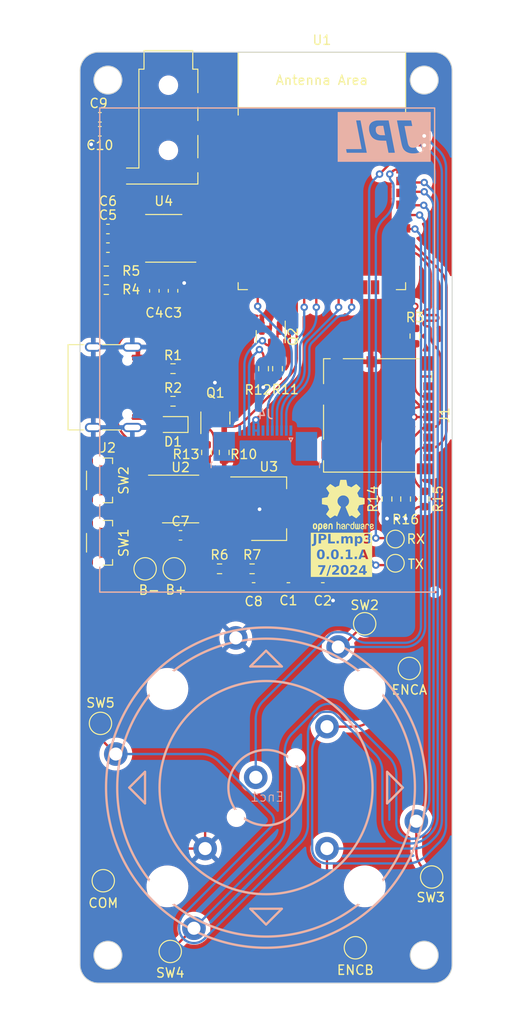
<source format=kicad_pcb>
(kicad_pcb (version 20221018) (generator pcbnew)
  (layers (0 "F.Cu" signal) (1 "In1.Cu" signal) (2 "In2.Cu" signal) (31 "B.Cu" signal) (34 "B.Paste" user) (35 "F.Paste" user) (36 "B.SilkS" user "B.Silkscreen") (37 "F.SilkS" user "F.Silkscreen") (38 "B.Mask" user) (39 "F.Mask" user) (44 "Edge.Cuts" user))
  (net 0 "")
  (net 1 "Net-(BT1-+)")
  (net 2 "GND")
  (net 3 "+3.3V")
  (net 4 "Net-(U4-AOUTL)")
  (net 5 "AUDIO_LEFT")
  (net 6 "AUDIO_RIGHT")
  (net 7 "Net-(U4-AOUTR)")
  (net 8 "BAT_SENSE")
  (net 9 "+5V")
  (net 10 "Net-(D1-A)")
  (net 11 "ENCA")
  (net 12 "ENCB")
  (net 13 "SW1")
  (net 14 "SW2")
  (net 15 "SW3")
  (net 16 "SW4")
  (net 17 "SW5")
  (net 19 "Net-(J1-DAT3{slash}CD)")
  (net 20 "SD_CMD")
  (net 21 "SD_CLK")
  (net 22 "SD_D0")
  (net 24 "Net-(J2-CC1)")
  (net 25 "USB_D+")
  (net 26 "USB_D-")
  (net 28 "Net-(J2-CC2)")
  (net 30 "TFT_CS")
  (net 31 "TFT_DC")
  (net 32 "TFT_SCLK")
  (net 33 "TFT_SDA")
  (net 34 "TFT_RST")
  (net 36 "Net-(J4-Pin_10)")
  (net 37 "Net-(J4-Pin_11)")
  (net 38 "Net-(Q1-G)")
  (net 39 "CHG")
  (net 40 "BACKLIGHT")
  (net 41 "Net-(U2-SELI)")
  (net 42 "VOL_UP")
  (net 43 "VOL_DOWN")
  (net 44 "I2S_SD")
  (net 45 "I2S_LRCLK")
  (net 46 "I2S_SCLK")
  (net 47 "DAC_MCLK")
  (net 52 "S_B")
  (net 53 "S_A")
  (net 56 "UART_RX")
  (net 57 "UART_TX")
  (footprint "Capacitor_SMD:C_0603_1608Metric_Pad1.08x0.95mm_HandSolder" (layer "F.Cu") (at 90.1375 51)
    (fp_text reference "C9")
    (fp_text value ".1uF")
  )
  (footprint "TestPoint:TestPoint_Pad_D2.0mm" (layer "F.Cu") (at 98.12 99.5 -90)
    (fp_text reference "B+")
    (fp_text value "B+" hide)
  )
  (footprint "TestPoint:TestPoint_Pad_D1.5mm" (layer "F.Cu") (at 121.9 98.9)
    (fp_text reference "TX")
    (fp_text value "TestPoint_Pad_D1.5mm")
  )
  (footprint "Resistor_SMD:R_0603_1608Metric" (layer "F.Cu") (at 101.6 87 90)
    (fp_text reference "R13")
    (fp_text value "10K")
  )
  (footprint "TestPoint:TestPoint_Pad_D2.0mm" (layer "F.Cu") (at 97.7 140.6)
    (fp_text reference "SW4")
    (fp_text value "TestPoint_Pad_D2.0mm")
  )
  (footprint "footprints:ANO Rotary Encoder" (layer "F.Cu") (at 108 123)
    (fp_text reference "Enc1")
    (fp_text value "~")
  )
  (footprint "TestPoint:TestPoint_Pad_D2.0mm" (layer "F.Cu") (at 123.4 110.2)
    (fp_text reference "ENCA")
    (fp_text value "TestPoint_Pad_D2.0mm")
  )
  (footprint "Capacitor_SMD:C_0603_1608Metric_Pad1.08x0.95mm_HandSolder" (layer "F.Cu") (at 95.99 69.6375 -90)
    (fp_text reference "C4")
    (fp_text value "0.1uF")
  )
  (footprint "Capacitor_SMD:C_0603_1608Metric_Pad1.08x0.95mm_HandSolder" (layer "F.Cu") (at 98.8 95.9 180)
    (fp_text reference "C7")
    (fp_text value "2.2 uF")
  )
  (footprint "Capacitor_SMD:C_0603_1608Metric_Pad1.08x0.95mm_HandSolder" (layer "F.Cu") (at 110.4 101.5)
    (fp_text reference "C1")
    (fp_text value "10uF")
  )
  (footprint "Resistor_SMD:R_0603_1608Metric" (layer "F.Cu") (at 90.825 69.5)
    (fp_text reference "R4")
    (fp_text value "10K")
  )
  (footprint "TestPoint:TestPoint_Pad_D1.5mm" (layer "F.Cu") (at 121.9 96.3)
    (fp_text reference "RX")
    (fp_text value "TestPoint_Pad_D1.5mm")
  )
  (footprint "Capacitor_SMD:C_0603_1608Metric_Pad1.08x0.95mm_HandSolder" (layer "F.Cu") (at 98 69.6375 -90)
    (fp_text reference "C3")
    (fp_text value "1uF")
  )
  (footprint "Connector_Card:microSD_HC_Molex_104031-0811" (layer "F.Cu") (at 120 83 -90)
    (fp_text reference "J1")
    (fp_text value "Micro_SD_Card")
  )
  (footprint "Capacitor_SMD:C_0603_1608Metric_Pad1.08x0.95mm_HandSolder" (layer "F.Cu") (at 91 65 180)
    (fp_text reference "C5")
    (fp_text value "10 uF")
  )
  (footprint "Package_TO_SOT_SMD:SOT-23" (layer "F.Cu") (at 108.5 74.5625 -90)
    (fp_text reference "Q2")
    (fp_text value "BSS138")
  )
  (footprint "Resistor_SMD:R_0603_1608Metric" (layer "F.Cu") (at 124 74.5 -90)
    (fp_text reference "R3")
    (fp_text value "10K")
  )
  (footprint "Capacitor_SMD:C_0603_1608Metric_Pad1.08x0.95mm_HandSolder" (layer "F.Cu") (at 91 63)
    (fp_text reference "C6")
    (fp_text value "10 uF")
  )
  (footprint "Resistor_SMD:R_0603_1608Metric" (layer "F.Cu") (at 121 92 90)
    (fp_text reference "R14")
    (fp_text value "10K")
  )
  (footprint "Package_SO:SOIC-8_3.9x4.9mm_P1.27mm" (layer "F.Cu") (at 98.815 92)
    (fp_text reference "U2")
    (fp_text value "MAX1811")
  )
  (footprint "TestPoint:TestPoint_Pad_D2.0mm" (layer "F.Cu") (at 118.6 105.4)
    (fp_text reference "SW2")
    (fp_text value "TestPoint_Pad_D2.0mm")
  )
  (footprint "Capacitor_SMD:C_0603_1608Metric_Pad1.08x0.95mm_HandSolder" (layer "F.Cu") (at 106.6625 101.5 180)
    (fp_text reference "C8")
    (fp_text value "10 nF")
  )
  (footprint "Resistor_SMD:R_0603_1608Metric" (layer "F.Cu") (at 90.825 67.5)
    (fp_text reference "R5")
    (fp_text value "10K")
  )
  (footprint "Resistor_SMD:R_0603_1608Metric" (layer "F.Cu") (at 109.23 78 -90)
    (fp_text reference "R11")
    (fp_text value "10K")
  )
  (footprint "Resistor_SMD:R_0603_1608Metric" (layer "F.Cu") (at 106.5 99.5)
    (fp_text reference "R7")
    (fp_text value "100K")
  )
  (footprint "TestPoint:TestPoint_Pad_D2.0mm" (layer "F.Cu") (at 90.5 133)
    (fp_text reference "COM")
    (fp_text value "TestPoint_Pad_D2.0mm")
  )
  (footprint "Capacitor_SMD:C_0603_1608Metric_Pad1.08x0.95mm_HandSolder" (layer "F.Cu") (at 114.1 101.5 180)
    (fp_text reference "C2")
    (fp_text value "10uF")
  )
  (footprint "Symbol:OSHW-Logo2_7.3x6mm_SilkScreen" (layer "F.Cu") (at 116.3 92.7)
    (fp_text reference "REF**" hide)
    (fp_text value "OSHW-Logo2_7.3x6mm_SilkScreen" hide)
  )
  (footprint "Button_Switch_SMD:SW_Push_1P1T-MP_NO_Horizontal_Alps_SKRTLAE010" (layer "F.Cu") (at 90 90 -90)
    (fp_text reference "SW2")
    (fp_text value "SW_Push")
  )
  (footprint "Capacitor_SMD:C_0603_1608Metric_Pad1.08x0.95mm_HandSolder" (layer "F.Cu") (at 90.1325 52.5)
    (fp_text reference "C10")
    (fp_text value ".1uF")
  )
  (footprint "TestPoint:TestPoint_Pad_D2.0mm" (layer "F.Cu") (at 90.2 116.1)
    (fp_text reference "SW5")
    (fp_text value "TestPoint_Pad_D2.0mm")
  )
  (footprint "Resistor_SMD:R_0603_1608Metric" (layer "F.Cu") (at 103 99.5)
    (fp_text reference "R6")
    (fp_text value "100K")
  )
  (footprint "TestPoint:TestPoint_Pad_D2.0mm" (layer "F.Cu") (at 117.6 140.2)
    (fp_text reference "ENCB")
    (fp_text value "TestPoint_Pad_D2.0mm")
  )
  (footprint "Resistor_SMD:R_0603_1608Metric" (layer "F.Cu") (at 98 78)
    (fp_text reference "R1")
    (fp_text value "5.1K")
  )
  (footprint "Connector_USB:USB_C_Receptacle_G-Switch_GT-USB-7010ASV" (layer "F.Cu") (at 90.5 80 -90)
    (fp_text reference "J2")
    (fp_text value "USB_C")
  )
  (footprint "Connector_Audio:Jack_3.5mm_KoreanHropartsElec_PJ-320D-4A_Horizontal" (layer "F.Cu") (at 97.5 52.3 -90)
    (fp_text reference "REF**" hide)
    (fp_text value "Jack_3.5mm_KoreanHropartsElec_PJ-320D-4A_Horizontal" hide)
  )
  (footprint "Resistor_SMD:R_0603_1608Metric" (layer "F.Cu") (at 103.5 87 -90)
    (fp_text reference "R10")
    (fp_text value "10K")
  )
  (footprint "Button_Switch_SMD:SW_Push_1P1T-MP_NO_Horizontal_Alps_SKRTLAE010" (layer "F.Cu") (at 90 96.7 -90)
    (fp_text reference "SW1")
    (fp_text value "SW_Push")
  )
  (footprint "Diode_SMD:D_SOD-323" (layer "F.Cu") (at 98 84 180)
    (fp_text reference "D1")
    (fp_text value "1N5819WS")
  )
  (footprint "Package_SO:SOIC-8_3.9x4.9mm_P1.27mm" (layer "F.Cu") (at 97 64 180)
    (fp_text reference "U4")
    (fp_text value "~")
  )
  (footprint "Resistor_SMD:R_0603_1608Metric" (layer "F.Cu") (at 123 92 -90)
    (fp_text reference "R16")
    (fp_text value "10K")
  )
  (footprint "TestPoint:TestPoint_Pad_D2.0mm" (layer "F.Cu") (at 125.8 132.6)
    (fp_text reference "SW3")
    (fp_text value "TestPoint_Pad_D2.0mm")
  )
  (footprint "PCM_Espressif:ESP32-S3-WROOM-1" (layer "F.Cu") (at 114 59.76)
    (fp_text reference "U1")
    (fp_text value "ESP32-S3-WROOM-1")
  )
  (footprint "TestPoint:TestPoint_Pad_D2.0mm" (layer "F.Cu") (at 95 99.5 -90)
    (fp_text reference "B-")
    (fp_text value "B-" hide)
  )
  (footprint "Resistor_SMD:R_0603_1608Metric" (layer "F.Cu") (at 98 81.5)
    (fp_text reference "R2")
    (fp_text value "5.1K")
  )
  (footprint "Package_TO_SOT_SMD:SOT-223-3_TabPin2" (layer "F.Cu") (at 108.3 93.04)
    (fp_text reference "U3")
    (fp_text value "AMS1117-3.3")
  )
  (footprint "Resistor_SMD:R_0603_1608Metric" (layer "F.Cu") (at 107.73 78 90)
    (fp_text reference "R12")
    (fp_text value "10")
  )
  (footprint "Package_TO_SOT_SMD:SOT-23" (layer "F.Cu") (at 102.55 83.3 90)
    (fp_text reference "Q1")
    (fp_text value "BSS138")
  )
  (footprint "Resistor_SMD:R_0603_1608Metric" (layer "F.Cu") (at 125 92 -90)
    (fp_text reference "R15")
    (fp_text value "10K")
  )
  (footprint "Connector_FFC-FPC:TE_1-1734839-2_1x12-1MP_P0.5mm_Horizontal" (layer "B.Cu") (at 107.92 86 180)
    (fp_text reference "J4")
    (fp_text value "Conn_01x12")
  )
  (footprint "footprints:JPL" (layer "B.Cu") (at 120.7 53.1 180)
    (fp_text reference "G***" hide)
    (fp_text value "LOGO" hide)
  )
  (gr_rect (start 90.12 50) (end 126.12 102) (stroke (width 0.15)) (fill none) (layer "B.SilkS"))
  (gr_arc (start 90 144) (mid 88.585786 143.414214) (end 88 142) (stroke (width 0.1)) (layer "Edge.Cuts"))
  (gr_arc (start 128 142) (mid 127.414214 143.414214) (end 126 144) (stroke (width 0.1)) (layer "Edge.Cuts"))
  (gr_arc (start 88 46) (mid 88.585786 44.585786) (end 90 44) (stroke (width 0.1)) (layer "Edge.Cuts"))
  (gr_line (start 90 144) (end 126 144) (stroke (width 0.1)) (layer "Edge.Cuts"))
  (gr_line (start 88 46) (end 88 142) (stroke (width 0.1)) (layer "Edge.Cuts"))
  (gr_arc (start 126 44) (mid 127.414214 44.585786) (end 128 46) (stroke (width 0.1)) (layer "Edge.Cuts"))
  (gr_circle (center 125 141) (end 126.5 141) (stroke (width 0.1)) (fill none) (layer "Edge.Cuts"))
  (gr_circle (center 91 47) (end 89.5 47) (stroke (width 0.1)) (fill none) (layer "Edge.Cuts"))
  (gr_circle (center 91 141) (end 89.5 141) (stroke (width 0.1)) (fill none) (layer "Edge.Cuts"))
  (gr_line (start 128 142) (end 128 46) (stroke (width 0.1)) (layer "Edge.Cuts"))
  (gr_line (start 126 44) (end 90 44) (stroke (width 0.1)) (layer "Edge.Cuts"))
  (gr_circle (center 125 47) (end 123.5 47) (stroke (width 0.1)) (fill none) (layer "Edge.Cuts"))
  (gr_text "JPL.mp3\n0.0.1.A\n7/2024" (at 116.2 100.3) (layer "F.SilkS" knockout) (effects (font (size 1 1) (thickness 0.1) bold italic) (justify bottom)))
  (segment (start 126.2 102) (end 126.1 102) (width 0.25) (layer "F.Cu") (net 0))
  (segment (start 105.15 95.34) (end 102.5025 95.34) (width 0.25) (layer "F.Cu") (net 1))
  (segment (start 98.12 99.5) (end 102.122668 95.497331) (width 0.25) (layer "F.Cu") (net 1))
  (segment (start 99.79243 95.402569) (end 101.29 93.905) (width 0.25) (layer "F.Cu") (net 1))
  (segment (start 105.15 95.34) (end 108.910826 99.100826) (width 0.25) (layer "F.Cu") (net 1))
  (segment (start 98.12 99.5) (end 102.175 99.5) (width 0.25) (layer "F.Cu") (net 1))
  (segment (start 109.5375 100.61375) (end 109.5375 101.5) (width 0.25) (layer "F.Cu") (net 1))
  (segment (start 99.6625 95.71625) (end 99.6625 95.9) (width 0.25) (layer "F.Cu") (net 1))
  (segment (start 102.122668 94.737668) (end 101.29 93.905) (width 0.25) (layer "F.Cu") (net 1))
  (arc (start 102.122668 95.497331) (mid 102.23911 95.323063) (end 102.28 95.1175) (width 0.25) (layer "F.Cu") (net 1))
  (arc (start 109.5375 100.61375) (mid 109.374632 99.794961) (end 108.910826 99.100826) (width 0.25) (layer "F.Cu") (net 1))
  (arc (start 102.28 95.1175) (mid 102.345168 95.274831) (end 102.5025 95.34) (width 0.25) (layer "F.Cu") (net 1))
  (arc (start 102.122668 95.497331) (mid 102.296936 95.380888) (end 102.5025 95.34) (width 0.25) (layer "F.Cu") (net 1))
  (arc (start 99.6625 95.71625) (mid 99.696267 95.546487) (end 99.79243 95.402569) (width 0.25) (layer "F.Cu") (net 1))
  (arc (start 102.122668 94.737668) (mid 102.23911 94.911936) (end 102.28 95.1175) (width 0.25) (layer "F.Cu") (net 1))
  (segment (start 101.452191 129.547809) (end 101.452191 111.342491) (width 0.25) (layer "F.Cu") (net 2))
  (segment (start 102.249087 109.418613) (end 104.747309 106.920392) (width 0.25) (layer "F.Cu") (net 2))
  (segment (start 95.079172 129.547809) (end 101.452191 129.547809) (width 0.25) (layer "F.Cu") (net 2))
  (segment (start 93.155294 130.344705) (end 90.5 133) (width 0.25) (layer "F.Cu") (net 2))
  (segment (start 91.10249 95.71) (end 90.9 95.71) (width 0.25) (layer "F.Cu") (net 2))
  (arc (start 95.079172 129.547809) (mid 94.037977 129.754915) (end 93.155294 130.344705) (width 0.25) (layer "F.Cu") (net 2))
  (arc (start 91.10249 95.71) (mid 91.289566 95.672787) (end 91.448162 95.566817) (width 0.25) (layer "F.Cu") (net 2))
  (arc (start 102.249087 109.418613) (mid 101.659297 110.301296) (end 101.452191 111.342491) (width 0.25) (layer "F.Cu") (net 2))
  (segment (start 104.421837 54.04) (end 105.25 54.04) (width 0.25) (layer "F.Cu") (net 3))
  (segment (start 107.73 79.948786) (end 107.73 78.825) (width 0.25) (layer "F.Cu") (net 3))
  (segment (start 89.275625 50.999375) (end 89.274375 51.000625) (width 0.25) (layer "F.Cu") (net 3))
  (segment (start 124 71.3) (end 124 73.675) (width 0.25) (layer "F.Cu") (net 3))
  (segment (start 115.2 101.905437) (end 115.2 102.9) (width 0.25) (layer "F.Cu") (net 3))
  (segment (start 89.27 52.5) (end 89.27 51.008535) (width 0.25) (layer "F.Cu") (net 3))
  (segment (start 89.276875 50.998125) (end 89.275625 50.999375) (width 0.25) (layer "F.Cu") (net 3))
  (segment (start 112.246896 98.246896) (end 114.772465 100.772465) (width 0.25) (layer "F.Cu") (net 3))
  (segment (start 122 93.9625) (end 122 94.1) (width 0.25) (layer "F.Cu") (net 3))
  (segment (start 124.018673 93.081326) (end 123 94.1) (width 0.25) (layer "F.Cu") (net 3))
  (segment (start 95.153515 64.635) (end 94.525 64.635) (width 0.25) (layer "F.Cu") (net 3))
  (segment (start 121 94.1) (end 121 92.825) (width 0.25) (layer "F.Cu") (net 3))
  (segment (start 125.4475 83.1975) (end 125.45 83.195) (width 0.25) (layer "F.Cu") (net 3))
  (segment (start 95.99 68.775) (end 95.99 65.471484) (width 0.25) (layer "F.Cu") (net 3))
  (segment (start 105.18 93.07) (end 105.15 93.04) (width 0.25) (layer "F.Cu") (net 3))
  (segment (start 123.9 83.2) (end 125.441464 83.2) (width 0.25) (layer "F.Cu") (net 3))
  (segment (start 111.45 96.323018) (end 111.45 93.04) (width 0.25) (layer "F.Cu") (net 3))
  (segment (start 107.3 93.1) (end 107.33 93.07) (width 0.25) (layer "F.Cu") (net 3))
  (segment (start 89.2725 51.0025) (end 89.273125 51.001875) (width 0.25) (layer "F.Cu") (net 3))
  (segment (start 91.83566 49.5) (end 96.998438 49.5) (width 0.25) (layer "F.Cu") (net 3))
  (segment (start 89.278125 50.996875) (end 89.28 50.995) (width 0.25) (layer "F.Cu") (net 3))
  (segment (start 102.525 79.525) (end 102.5 79.5) (width 0.25) (layer "F.Cu") (net 3))
  (segment (start 89.274375 51.000625) (end 89.273125 51.001875) (width 0.25) (layer "F.Cu") (net 3))
  (segment (start 89.27 52.5) (end 89.27 53.780502) (width 0.25) (layer "F.Cu") (net 3))
  (segment (start 100.076561 48.225) (end 101.494149 48.225) (width 0.25) (layer "F.Cu") (net 3))
  (segment (start 95.99 68.775) (end 97.982322 68.775) (width 0.25) (layer "F.Cu") (net 3))
  (segment (start 103.923517 52.423517) (end 103.885 52.385) (width 0.25) (layer "F.Cu") (net 3))
  (segment (start 99.2 68.8) (end 98.042677 68.8) (width 0.25) (layer "F.Cu") (net 3))
  (segment (start 89.235 53.865) (end 89.2 53.9) (width 0.25) (layer "F.Cu") (net 3))
  (segment (start 122.097227 93.727772) (end 123 92.825) (width 0.25) (layer "F.Cu") (net 3))
  (segment (start 103.5 52.544472) (end 103.5 51.455527) (width 0.25) (layer "F.Cu") (net 3))
  (segment (start 89.285 50.99) (end 89.28 50.995) (width 0.25) (layer "F.Cu") (net 3))
  (segment (start 103.5 51.455527) (end 103.5 50.23085) (width 0.25) (layer "F.Cu") (net 3))
  (segment (start 124.6375 92.825) (end 125 92.825) (width 0.25) (layer "F.Cu") (net 3))
  (segment (start 114.9625 101.23125) (end 114.9625 101.332062) (width 0.25) (layer "F.Cu") (net 3))
  (segment (start 103.5 52.544472) (end 103.5 53.118162) (width 0.25) (layer "F.Cu") (net 3))
  (segment (start 107.715 79.985) (end 107.7 80) (width 0.25) (layer "F.Cu") (net 3))
  (segment (start 107.402426 93.04) (end 111.45 93.04) (width 0.25) (layer "F.Cu") (net 3))
  (segment (start 104.76 52.77) (end 105.25 52.77) (width 0.25) (layer "F.Cu") (net 3))
  (segment (start 90.025 50.25) (end 89.285 50.99) (width 0.25) (layer "F.Cu") (net 3))
  (segment (start 107.3 93.1) (end 105.252426 93.1) (width 0.25) (layer "F.Cu") (net 3))
  (segment (start 102.55 79.585355) (end 102.55 82.3625) (width 0.25) (layer "F.Cu") (net 3))
  (segment (start 89.278125 50.996875) (end 89.276875 50.998125) (width 0.25) (layer "F.Cu") (net 3))
  (via blind (at 107.7 80) (size 0.8) (drill 0.4) (layers "F.Cu" "In2.Cu") (remove_unused_layers) (zone_layer_connections "In2.Cu") (net 3))
  (via blind (at 115.2 102.9) (size 0.8) (drill 0.4) (layers "F.Cu" "In2.Cu") (remove_unused_layers) (zone_layer_connections "In2.Cu") (net 3))
  (via blind (at 107.3 93.1) (size 0.8) (drill 0.4) (layers "F.Cu" "In2.Cu") (remove_unused_layers) (zone_layer_connections "In2.Cu") (net 3))
  (via blind (at 124 71.3) (size 0.8) (drill 0.4) (layers "F.Cu" "In2.Cu") (remove_unused_layers) (zone_layer_connections "In2.Cu") (net 3))
  (via blind (at 123.9 83.2) (size 0.8) (drill 0.4) (layers "F.Cu" "In2.Cu") (remove_unused_layers) (zone_layer_connections "In2.Cu") (net 3))
  (via blind (at 122 94.1) (size 0.8) (drill 0.4) (layers "F.Cu" "In2.Cu") (remove_unused_layers) (zone_layer_connections "In2.Cu") (net 3))
  (via blind (at 121 94.1) (size 0.8) (drill 0.4) (layers "F.Cu" "In2.Cu") (remove_unused_layers) (zone_layer_connections "In2.Cu") (net 3))
  (via blind (at 99.2 68.8) (size 0.8) (drill 0.4) (layers "F.Cu" "In2.Cu") (remove_unused_layers) (zone_layer_connections "In2.Cu") (net 3))
  (via blind (at 102.5 79.5) (size 0.8) (drill 0.4) (layers "F.Cu" "In2.Cu") (remove_unused_layers) (zone_layer_connections "In2.Cu") (net 3))
  (via blind (at 123 94.1) (size 0.8) (drill 0.4) (layers "F.Cu" "In2.Cu") (remove_unused_layers) (zone_layer_connections "In2.Cu") (net 3))
  (via blind (at 89.2 53.9) (size 0.8) (drill 0.4) (layers "F.Cu" "In2.Cu") (remove_unused_layers) (zone_layer_connections "In2.Cu") (net 3))
  (arc (start 103.923517 52.423517) (mid 104.307298 52.679952) (end 104.76 52.77) (width 0.25) (layer "F.Cu") (net 3))
  (arc (start 95.744999 64.88) (mid 95.473624 64.698673) (end 95.153515 64.635) (width 0.25) (layer "F.Cu") (net 3))
  (arc (start 103.5 52.544472) (mid 103.639222 52.336111) (end 103.885 52.385) (width 0.25) (layer "F.Cu") (net 3))
  (arc (start 107.715 79.985) (mid 107.726101 79.968385) (end 107.73 79.948786) (width 0.25) (layer "F.Cu") (net 3))
  (arc (start 115.08125 101.61875) (mid 114.993362 101.487216) (end 114.9625 101.332062) (width 0.25) (layer "F.Cu") (net 3))
  (arc (start 100.076561 48.225) (mid 99.243627 48.39068) (end 98.5375 48.8625) (width 0.25) (layer "F.Cu") (net 3))
  (arc (start 107.402426 93.04) (mid 107.363229 93.047796) (end 107.33 93.07) (width 0.25) (layer "F.Cu") (net 3))
  (arc (start 104.421837 54.04) (mid 104.069065 53.969829) (end 103.77 53.77) (width 0.25) (layer "F.Cu") (net 3))
  (arc (start 91.83566 49.5) (mid 90.855737 49.694918) (end 90.025 50.25) (width 0.25) (layer "F.Cu") (net 3))
  (arc (start 103.5 51.455527) (mid 103.600058 51.958554) (end 103.885 52.385) (width 0.25) (layer "F.Cu") (net 3))
  (arc (start 89.235 53.865) (mid 89.260903 53.826232) (end 89.27 53.780502) (width 0.25) (layer "F.Cu") (net 3))
  (arc (start 124.018673 93.081326) (mid 124.302593 92.891616) (end 124.6375 92.825) (width 0.25) (layer "F.Cu") (net 3))
  (arc (start 96.998438 49.5) (mid 97.831372 49.334319) (end 98.5375 48.8625) (width 0.25) (layer "F.Cu") (net 3))
  (arc (start 102.9125 48.8125) (mid 103.347313 49.463244) (end 103.5 50.23085) (width 0.25) (layer "F.Cu") (net 3))
  (arc (start 103.5 53.118162) (mid 103.57017 53.470934) (end 103.77 53.77) (width 0.25) (layer "F.Cu") (net 3))
  (arc (start 98.0125 68.7875) (mid 97.998654 68.778248) (end 97.982322 68.775) (width 0.25) (layer "F.Cu") (net 3))
  (arc (start 105.18 93.07) (mid 105.213229 93.092203) (end 105.252426 93.1) (width 0.25) (layer "F.Cu") (net 3))
  (arc (start 102.525 79.525) (mid 102.543502 79.552691) (end 102.55 79.585355) (width 0.25) (layer "F.Cu") (net 3))
  (arc (start 122 93.9625) (mid 122.025268 93.835466) (end 122.097227 93.727772) (width 0.25) (layer "F.Cu") (net 3))
  (arc (start 115.2 101.905437) (mid 115.169137 101.750283) (end 115.08125 101.61875) (width 0.25) (layer "F.Cu") (net 3))
  (arc (start 114.9625 101.23125) (mid 114.913111 100.982957) (end 114.772465 100.772465) (width 0.25) (layer "F.Cu") (net 3))
  (arc (start 95.744999 64.88) (mid 95.926326 65.151375) (end 95.99 65.471484) (width 0.25) (layer "F.Cu") (net 3))
  (arc (start 98.0125 68.7875) (mid 98.026345 68.796751) (end 98.042677 68.8) (width 0.25) (layer "F.Cu") (net 3))
  (arc (start 125.441464 83.2) (mid 125.44473 83.19935) (end 125.4475 83.1975) (width 0.25) (layer "F.Cu") (net 3))
  (arc (start 101.494149 48.225) (mid 102.261755 48.377686) (end 102.9125 48.8125) (width 0.25) (layer "F.Cu") (net 3))
  (arc (start 89.2725 51.0025) (mid 89.270649 51.005268) (end 89.27 51.008535) (width 0.25) (layer "F.Cu") (net 3))
  (arc (start 112.246896 98.246896) (mid 111.657106 97.364213) (end 111.45 96.323018) (width 0.25) (layer "F.Cu") (net 3))
  (via blind (at 106.9 83.5) (size 0.8) (drill 0.4) (layers "In2.Cu" "B.Cu") (net 3))
  (segment (start 106.67 84.65) (end 107.17 84.65) (width 0.25) (layer "B.Cu") (net 3))
  (segment (start 106.785 83.615) (end 106.9 83.5) (width 0.25) (layer "B.Cu") (net 3))
  (segment (start 106.67 83.892634) (end 106.67 84.65) (width 0.25) (layer "B.Cu") (net 3))
  (segment (start 107.17 83.960918) (end 107.17 84.65) (width 0.25) (layer "B.Cu") (net 3))
  (segment (start 106.9 83.5) (end 107.035 83.635) (width 0.25) (layer "B.Cu") (net 3))
  (arc (start 106.785 83.615) (mid 106.699887 83.742379) (end 106.67 83.892634) (width 0.25) (layer "B.Cu") (net 3))
  (arc (start 107.035 83.635) (mid 107.134914 83.784532) (end 107.17 83.960918) (width 0.25) (layer "B.Cu") (net 3))
  (segment (start 93.407431 65.905) (end 94.525 65.905) (width 0.25) (layer "F.Cu") (net 4))
  (segment (start 92.315 65.4525) (end 91.8625 65) (width 0.25) (layer "F.Cu") (net 4))
  (arc (start 93.407431 65.905) (mid 92.816211 65.787399) (end 92.315 65.4525) (width 0.25) (layer "F.Cu") (net 4))
  (segment (start 89.275 63.26875) (end 89.275 63.52762) (width 0.25) (layer "F.Cu") (net 5))
  (segment (start 91.696015 60.981802) (end 95.873018 60.981802) (width 0.25) (layer "F.Cu") (net 5))
  (segment (start 100.75 56.690901) (end 100.75 56.15) (width 0.25) (layer "F.Cu") (net 5))
  (segment (start 90.1375 65.304939) (end 90.1375 67.265272) (width 0.25) (layer "F.Cu") (net 5))
  (segment (start 97.796896 60.184905) (end 100.367525 57.614276) (width 0.25) (layer "F.Cu") (net 5))
  (segment (start 90.06875 67.43125) (end 90 67.5) (width 0.25) (layer "F.Cu") (net 5))
  (segment (start 89.889299 61.7857) (end 89.984099 61.690901) (width 0.25) (layer "F.Cu") (net 5))
  (segment (start 89.70625 64.56875) (end 89.921875 64.784375) (width 0.25) (layer "F.Cu") (net 5))
  (arc (start 89.275 63.26875) (mid 89.434651 62.466129) (end 89.889299 61.7857) (width 0.25) (layer "F.Cu") (net 5))
  (arc (start 97.796896 60.184905) (mid 96.914213 60.774695) (end 95.873018 60.981802) (width 0.25) (layer "F.Cu") (net 5))
  (arc (start 90.1375 67.265272) (mid 90.119632 67.355098) (end 90.06875 67.43125) (width 0.25) (layer "F.Cu") (net 5))
  (arc (start 91.696015 60.981802) (mid 90.769532 61.16609) (end 89.984099 61.690901) (width 0.25) (layer "F.Cu") (net 5))
  (arc (start 89.275 63.52762) (mid 89.387078 64.091075) (end 89.70625 64.56875) (width 0.25) (layer "F.Cu") (net 5))
  (arc (start 100.367525 57.614276) (mid 100.650597 57.190628) (end 100.75 56.690901) (width 0.25) (layer "F.Cu") (net 5))
  (arc (start 90.1375 65.304939) (mid 90.08146 65.023211) (end 89.921875 64.784375) (width 0.25) (layer "F.Cu") (net 5))
  (segment (start 90.725 68.262347) (end 90.725 67.19645) (width 0.25) (layer "F.Cu") (net 6))
  (segment (start 96.78482 61.431802) (end 92.814581 61.431802) (width 0.25) (layer "F.Cu") (net 6))
  (segment (start 100.75 52.15) (end 101.624905 53.024905) (width 0.25) (layer "F.Cu") (net 6))
  (segment (start 90.56875 62.56875) (end 90.921599 62.215901) (width 0.25) (layer "F.Cu") (net 6))
  (segment (start 102.421802 54.948783) (end 102.421802 55.79482) (width 0.25) (layer "F.Cu") (net 6))
  (segment (start 101.624905 57.718698) (end 98.708698 60.634905) (width 0.25) (layer "F.Cu") (net 6))
  (segment (start 100.75 52.15) (end 100.75 49.15) (width 0.25) (layer "F.Cu") (net 6))
  (segment (start 91 66.532541) (end 91 64.472379) (width 0.25) (layer "F.Cu") (net 6))
  (segment (start 90.3625 69.1375) (end 90 69.5) (width 0.25) (layer "F.Cu") (net 6))
  (arc (start 90.725 68.262347) (mid 90.630789 68.735976) (end 90.3625 69.1375) (width 0.25) (layer "F.Cu") (net 6))
  (arc (start 101.624905 57.718698) (mid 102.214695 56.836015) (end 102.421802 55.79482) (width 0.25) (layer "F.Cu") (net 6))
  (arc (start 90.725 67.19645) (mid 90.760735 67.016797) (end 90.8625 66.864496) (width 0.25) (layer "F.Cu") (net 6))
  (arc (start 91 64.472379) (mid 90.887921 63.908924) (end 90.56875 63.43125) (width 0.25) (layer "F.Cu") (net 6))
  (arc (start 92.814581 61.431802) (mid 91.790106 61.635582) (end 90.921599 62.215901) (width 0.25) (layer "F.Cu") (net 6))
  (arc (start 102.421802 54.948783) (mid 102.214695 53.907588) (end 101.624905 53.024905) (width 0.25) (layer "F.Cu") (net 6))
  (arc (start 96.78482 61.431802) (mid 97.826015 61.224695) (end 98.708698 60.634905) (width 0.25) (layer "F.Cu") (net 6))
  (arc (start 91 66.532541) (mid 90.964264 66.712193) (end 90.8625 66.864496) (width 0.25) (layer "F.Cu") (net 6))
  (arc (start 90.56875 62.56875) (mid 90.39012 63) (end 90.56875 63.43125) (width 0.25) (layer "F.Cu") (net 6))
  (segment (start 93.407431 62.095) (end 94.525 62.095) (width 0.25) (layer "F.Cu") (net 7))
  (segment (start 92.315 62.5475) (end 91.8625 63) (width 0.25) (layer "F.Cu") (net 7))
  (arc (start 92.315 62.5475) (mid 92.816211 62.2126) (end 93.407431 62.095) (width 0.25) (layer "F.Cu") (net 7))
  (segment (start 96.406916 98.563083) (end 95.313622 97.469789) (width 0.25) (layer "F.Cu") (net 8))
  (segment (start 93.719829 86.131555) (end 92.796896 85.208622) (width 0.25) (layer "F.Cu") (net 8))
  (segment (start 105.648483 99.5) (end 105.3375 99.5) (width 0.25) (layer "F.Cu") (net 8))
  (segment (start 94.516726 95.545911) (end 94.516726 88.055433) (width 0.25) (layer "F.Cu") (net 8))
  (segment (start 104.761351 99.738648) (end 104.3375 100.1625) (width 0.25) (layer "F.Cu") (net 8))
  (segment (start 104.181721 65.749038) (end 102.746896 67.183863) (width 0.25) (layer "F.Cu") (net 8))
  (segment (start 102.738083 100.825) (end 98.119999 100.825) (width 0.25) (layer "F.Cu") (net 8))
  (segment (start 104.6625 99.5) (end 105.3375 99.5) (width 0.25) (layer "F.Cu") (net 8))
  (segment (start 92 76.243502) (end 92 83.284744) (width 0.25) (layer "F.Cu") (net 8))
  (segment (start 105.6375 99.564016) (end 105.6375 101.5) (width 0.25) (layer "F.Cu") (net 8))
  (segment (start 101.95 69.107741) (end 101.95 71.207537) (width 0.25) (layer "F.Cu") (net 8))
  (segment (start 104.85538 65.47) (end 105.25 65.47) (width 0.25) (layer "F.Cu") (net 8))
  (segment (start 99.257537 73.9) (end 94.343502 73.9) (width 0.25) (layer "F.Cu") (net 8))
  (segment (start 104.6625 99.5) (end 103.825 99.5) (width 0.25) (layer "F.Cu") (net 8))
  (arc (start 104.85538 65.47) (mid 104.490798 65.542519) (end 104.181721 65.749038) (width 0.25) (layer "F.Cu") (net 8))
  (arc (start 97.183083 100.436916) (mid 97.612944 100.72414) (end 98.119999 100.825) (width 0.25) (layer "F.Cu") (net 8))
  (arc (start 101.161396 73.111396) (mid 101.745048 72.237898) (end 101.95 71.207537) (width 0.25) (layer "F.Cu") (net 8))
  (arc (start 99.257537 73.9) (mid 100.287898 73.695048) (end 101.161396 73.111396) (width 0.25) (layer "F.Cu") (net 8))
  (arc (start 97.183083 100.436916) (mid 96.895859 100.007055) (end 96.795 99.5) (width 0.25) (layer "F.Cu") (net 8))
  (arc (start 94.516726 95.545911) (mid 94.723832 96.587106) (end 95.313622 97.469789) (width 0.25) (layer "F.Cu") (net 8))
  (arc (start 104.761351 99.738648) (mid 104.791655 99.586298) (end 104.6625 99.5) (width 0.25) (layer "F.Cu") (net 8))
  (arc (start 105.65625 99.51875) (mid 105.642372 99.539518) (end 105.6375 99.564016) (width 0.25) (layer "F.Cu") (net 8))
  (arc (start 102.746896 67.183863) (mid 102.157106 68.066546) (end 101.95 69.107741) (width 0.25) (layer "F.Cu") (net 8))
  (arc (start 105.65625 99.51875) (mid 105.65863 99.50678) (end 105.648483 99.5) (width 0.25) (layer "F.Cu") (net 8))
  (arc (start 96.406916 98.563083) (mid 96.69414 98.992944) (end 96.795 99.5) (width 0.25) (layer "F.Cu") (net 8))
  (arc (start 104.761351 99.738648) (mid 105.02569 99.562022) (end 105.3375 99.5) (width 0.25) (layer "F.Cu") (net 8))
  (arc (start 92 76.243502) (mid 92.178388 75.346682) (end 92.686396 74.586396) (width 0.25) (layer "F.Cu") (net 8))
  (arc (start 93.719829 86.131555) (mid 94.309619 87.014238) (end 94.516726 88.055433) (width 0.25) (layer "F.Cu") (net 8))
  (arc (start 102.738083 100.825) (mid 103.603681 100.652821) (end 104.3375 100.1625) (width 0.25) (layer "F.Cu") (net 8))
  (arc (start 94.343502 73.9) (mid 93.446682 74.078388) (end 92.686396 74.586396) (width 0.25) (layer "F.Cu") (net 8))
  (arc (start 92.796896 85.208622) (mid 92.207106 84.325939) (end 92 83.284744) (width 0.25) (layer "F.Cu") (net 8))
  (segment (start 96.34 90.095) (end 98.253103 88.181896) (width 0.25) (layer "F.Cu") (net 9))
  (segment (start 101.099546 91.365) (end 100.8025 91.365) (width 0.25) (layer "F.Cu") (net 9))
  (segment (start 99.680001 90.73) (end 99.970286 91.020285) (width 0.25) (layer "F.Cu") (net 9))
  (segment (start 99.05 86.258018) (end 99.05 84) (width 0.25) (layer "F.Cu") (net 9))
  (segment (start 97.354546 93.905) (end 96.34 93.905) (width 0.25) (layer "F.Cu") (net 9))
  (segment (start 99.086484 93.187607) (end 100.77442 91.499671) (width 0.25) (layer "F.Cu") (net 9))
  (segment (start 96.34 90.095) (end 98.146975 90.095) (width 0.25) (layer "F.Cu") (net 9))
  (arc (start 101.099546 91.365) (mid 100.923589 91.399999) (end 100.77442 91.499671) (width 0.25) (layer "F.Cu") (net 9))
  (arc (start 99.680001 90.73) (mid 98.976642 90.260031) (end 98.146975 90.095) (width 0.25) (layer "F.Cu") (net 9))
  (arc (start 99.05 86.258018) (mid 98.842893 87.299213) (end 98.253103 88.181896) (width 0.25) (layer "F.Cu") (net 9))
  (arc (start 101.099546 91.365) (mid 101.099546 91.365) (end 101.099546 91.365) (width 0.25) (layer "F.Cu") (net 9))
  (arc (start 97.354546 93.905) (mid 98.291864 93.718555) (end 99.086484 93.187607) (width 0.25) (layer "F.Cu") (net 9))
  (arc (start 100.8025 91.365) (mid 100.352109 91.275411) (end 99.970286 91.020285) (width 0.25) (layer "F.Cu") (net 9))
  (segment (start 95.747747 82.797747) (end 96.95 84) (width 0.25) (layer "F.Cu") (net 10))
  (segment (start 94.503464 82.4) (end 94.408786 82.4) (width 0.25) (layer "F.Cu") (net 10))
  (segment (start 94.408786 82.4) (end 94.156311 82.4) (width 0.25) (layer "F.Cu") (net 10))
  (segment (start 94.629702 82.4) (end 94.566583 82.4) (width 0.25) (layer "F.Cu") (net 10))
  (segment (start 93.117539 77.88246) (end 93.034999 77.964999) (width 0.25) (layer "F.Cu") (net 10))
  (segment (start 94.75594 82.4) (end 94.692821 82.4) (width 0.25) (layer "F.Cu") (net 10))
  (segment (start 94.7875 82.4) (end 94.75594 82.4) (width 0.25) (layer "F.Cu") (net 10))
  (segment (start 94.156311 82.4) (end 93.914974 82.4) (width 0.25) (layer "F.Cu") (net 10))
  (segment (start 94.629702 82.4) (end 94.692821 82.4) (width 0.25) (layer "F.Cu") (net 10))
  (segment (start 93.499948 77.704999) (end 93.467409 77.737539) (width 0.25) (layer "F.Cu") (net 10))
  (segment (start 92.88 81.162434) (end 92.88 78.339203) (width 0.25) (layer "F.Cu") (net 10))
  (segment (start 94.566583 82.4) (end 94.503464 82.4) (width 0.25) (layer "F.Cu") (net 10))
  (segment (start 93.385727 82.180778) (end 93.242474 82.037525) (width 0.25) (layer "F.Cu") (net 10))
  (segment (start 93.753441 77.6) (end 94.225 77.6) (width 0.25) (layer "F.Cu") (net 10))
  (arc (start 93.753441 77.6) (mid 93.616251 77.627288) (end 93.499948 77.704999) (width 0.25) (layer "F.Cu") (net 10))
  (arc (start 93.467409 77.737539) (mid 93.387148 77.791167) (end 93.292474 77.81) (width 0.25) (layer "F.Cu") (net 10))
  (arc (start 93.117539 77.88246) (mid 93.1978 77.828831) (end 93.292474 77.81) (width 0.25) (layer "F.Cu") (net 10))
  (arc (start 93.385727 82.180778) (mid 93.628547 82.343026) (end 93.914974 82.4) (width 0.25) (layer "F.Cu") (net 10))
  (arc (start 92.88 81.162434) (mid 92.974203 81.63603) (end 93.242474 82.037525) (width 0.25) (layer "F.Cu") (net 10))
  (arc (start 94.7875 82.4) (mid 95.307182 82.503371) (end 95.747747 82.797747) (width 0.25) (layer "F.Cu") (net 10))
  (arc (start 93.034999 77.964999) (mid 92.920282 78.136685) (end 92.88 78.339203) (width 0.25) (layer "F.Cu") (net 10))
  (segment (start 119.358918 115.655294) (end 122.9 112.114212) (width 0.25) (layer "F.Cu") (net 11))
  (segment (start 123.4 110.907106) (end 123.4 110.2) (width 0.25) (layer "F.Cu") (net 11))
  (segment (start 122.865 52.885) (end 122.75 52.77) (width 0.25) (layer "F.Cu") (net 11))
  (segment (start 123.142634 53) (end 125 53) (width 0.25) (layer "F.Cu") (net 11))
  (segment (start 117.43504 116.452191) (end 114.547809 116.452191) (width 0.25) (layer "F.Cu") (net 11))
  (via (at 125 53) (size 0.8) (drill 0.4) (layers "F.Cu" "B.Cu") (net 11))
  (arc (start 123.4 110.907106) (mid 123.270054 111.560387) (end 122.9 112.114212) (width 0.25) (layer "F.Cu") (net 11))
  (arc (start 117.43504 116.452191) (mid 118.476235 116.245084) (end 119.358918 115.655294) (width 0.25) (layer "F.Cu") (net 11))
  (arc (start 123.142634 53) (mid 122.992379 52.970112) (end 122.865 52.885) (width 0.25) (layer "F.Cu") (net 11))
  (segment (start 114.547808 131.142809) (end 123.230209 131.142809) (width 0.25) (layer "B.Cu") (net 11))
  (segment (start 112.952809 119.174172) (end 112.952809 129.547809) (width 0.25) (layer "B.Cu") (net 11))
  (segment (start 127.35 56.451676) (end 127.35 127.023018) (width 0.25) (layer "B.Cu") (net 11))
  (segment (start 113.749705 117.250294) (end 114.547809 116.452191) (width 0.25) (layer "B.Cu") (net 11))
  (segment (start 125 53) (end 125.012652 53) (width 0.25) (layer "B.Cu") (net 11))
  (segment (start 126.553103 54.527798) (end 125.034251 53.008946) (width 0.25) (layer "B.Cu") (net 11))
  (segment (start 125.154087 130.345912) (end 126.553103 128.946896) (width 0.25) (layer "B.Cu") (net 11))
  (arc (start 127.35 56.451676) (mid 127.142893 55.410481) (end 126.553103 54.527798) (width 0.25) (layer "B.Cu") (net 11))
  (arc (start 113.749705 117.250294) (mid 113.159915 118.132977) (end 112.952809 119.174172) (width 0.25) (layer "B.Cu") (net 11))
  (arc (start 113.419973 130.675644) (mid 113.937428 131.021396) (end 114.547808 131.142809) (width 0.25) (layer "B.Cu") (net 11))
  (arc (start 125.154087 130.345912) (mid 124.271404 130.935702) (end 123.230209 131.142809) (width 0.25) (layer "B.Cu") (net 11))
  (arc (start 127.35 127.023018) (mid 127.142893 128.064213) (end 126.553103 128.946896) (width 0.25) (layer "B.Cu") (net 11))
  (arc (start 113.419973 130.675644) (mid 113.07422 130.158189) (end 112.952809 129.547809) (width 0.25) (layer "B.Cu") (net 11))
  (arc (start 125.034251 53.008946) (mid 125.024341 53.002324) (end 125.012652 53) (width 0.25) (layer "B.Cu") (net 11))
  (segment (start 114.547809 136.020827) (end 114.547809 129.547809) (width 0.25) (layer "F.Cu") (net 12))
  (segment (start 122.77 54.02) (end 122.75 54.04) (width 0.25) (layer "F.Cu") (net 12))
  (segment (start 125 54) (end 122.818284 54) (width 0.25) (layer "F.Cu") (net 12))
  (segment (start 115.344705 137.944705) (end 117.6 140.2) (width 0.25) (layer "F.Cu") (net 12))
  (via (at 125 54) (size 0.8) (drill 0.4) (layers "F.Cu" "B.Cu") (net 12))
  (arc (start 115.344705 137.944705) (mid 114.754915 137.062022) (end 114.547809 136.020827) (width 0.25) (layer "F.Cu") (net 12))
  (arc (start 122.77 54.02) (mid 122.792152 54.005197) (end 122.818284 54) (width 0.25) (layer "F.Cu") (net 12))
  (segment (start 126.103103 128.396896) (end 125.749087 128.750912) (width 0.25) (layer "B.Cu") (net 12))
  (segment (start 123.825209 129.547809) (end 114.547809 129.547809) (width 0.25) (layer "B.Cu") (net 12))
  (segment (start 125 54) (end 126.103103 55.103103) (width 0.25) (layer "B.Cu") (net 12))
  (segment (start 126.9 57.026981) (end 126.9 126.473018) (width 0.25) (layer "B.Cu") (net 12))
  (arc (start 123.825209 129.547809) (mid 124.866404 129.340702) (end 125.749087 128.750912) (width 0.25) (layer "B.Cu") (net 12))
  (arc (start 126.103103 128.396896) (mid 126.692893 127.514213) (end 126.9 126.473018) (width 0.25) (layer "B.Cu") (net 12))
  (arc (start 126.9 57.026981) (mid 126.692893 55.985786) (end 126.103103 55.103103) (width 0.25) (layer "B.Cu") (net 12))
  (segment (start 122.785 62.965) (end 122.75 62.93) (width 0.25) (layer "F.Cu") (net 13))
  (segment (start 122.869497 63) (end 124 63) (width 0.25) (layer "F.Cu") (net 13))
  (via (at 124 63) (size 0.8) (drill 0.4) (layers "F.Cu" "B.Cu") (net 13))
  (arc (start 122.869497 63) (mid 122.823767 62.990903) (end 122.785 62.965) (width 0.25) (layer "F.Cu") (net 13))
  (segment (start 122.88725 107.446199) (end 118.809637 107.446199) (width 0.25) (layer "B.Cu") (net 13))
  (segment (start 115.55374 106.301199) (end 116.045362 106.301199) (width 0.25) (layer "B.Cu") (net 13))
  (segment (start 106.889842 115.627557) (end 106.889842 121.889842) (width 0.25) (layer "B.Cu") (net 13))
  (segment (start 124.65 105.683449) (end 124.65 64.109619) (width 0.25) (layer "B.Cu") (net 13))
  (segment (start 114.760752 106.629665) (end 107.686738 113.703679) (width 0.25) (layer "B.Cu") (net 13))
  (segment (start 124 63) (end 124.325 63.325) (width 0.25) (layer "B.Cu") (net 13))
  (arc (start 114.760752 106.629665) (mid 115.124578 106.386564) (end 115.55374 106.301199) (width 0.25) (layer "B.Cu") (net 13))
  (arc (start 124.133702 106.929901) (mid 124.515818 106.358024) (end 124.65 105.683449) (width 0.25) (layer "B.Cu") (net 13))
  (arc (start 122.88725 107.446199) (mid 123.561825 107.312017) (end 124.133702 106.929901) (width 0.25) (layer "B.Cu") (net 13))
  (arc (start 118.809637 107.446199) (mid 118.061629 107.297411) (end 117.4275 106.873699) (width 0.25) (layer "B.Cu") (net 13))
  (arc (start 124.65 64.109619) (mid 124.565535 63.684986) (end 124.325 63.325) (width 0.25) (layer "B.Cu") (net 13))
  (arc (start 107.686738 113.703679) (mid 107.096948 114.586362) (end 106.889842 115.627557) (width 0.25) (layer "B.Cu") (net 13))
  (arc (start 117.4275 106.873699) (mid 116.793369 106.449986) (end 116.045362 106.301199) (width 0.25) (layer "B.Cu") (net 13))
  (segment (start 116.228927 107.771072) (end 118.6 105.4) (width 0.25) (layer "F.Cu") (net 14))
  (segment (start 123.023137 61.5) (end 124.5 61.5) (width 0.25) (layer "F.Cu") (net 14))
  (segment (start 115.926845 107.896199) (end 115.74989 107.896199) (width 0.25) (layer "F.Cu") (net 14))
  (segment (start 122.83 61.58) (end 122.75 61.66) (width 0.25) (layer "F.Cu") (net 14))
  (via (at 124.5 61.5) (size 0.8) (drill 0.4) (layers "F.Cu" "B.Cu") (net 14))
  (arc (start 115.926845 107.896199) (mid 116.09033 107.863679) (end 116.228927 107.771072) (width 0.25) (layer "F.Cu") (net 14))
  (arc (start 123.023137 61.5) (mid 122.918612 61.520791) (end 122.83 61.58) (width 0.25) (layer "F.Cu") (net 14))
  (segment (start 125.1 62.524264) (end 125.1 105.683448) (width 0.25) (layer "B.Cu") (net 14))
  (segment (start 124.5 61.5) (end 124.8 61.8) (width 0.25) (layer "B.Cu") (net 14))
  (segment (start 122.887249 107.896199) (end 115.74989 107.896199) (width 0.25) (layer "B.Cu") (net 14))
  (arc (start 122.887249 107.896199) (mid 123.734032 107.727763) (end 124.4519 107.248099) (width 0.25) (layer "B.Cu") (net 14))
  (arc (start 124.4519 107.248099) (mid 124.931564 106.530231) (end 125.1 105.683448) (width 0.25) (layer "B.Cu") (net 14))
  (arc (start 125.1 62.524264) (mid 125.022032 62.132295) (end 124.8 61.8) (width 0.25) (layer "B.Cu") (net 14))
  (segment (start 122.78 60.42) (end 122.75 60.39) (width 0.25) (layer "F.Cu") (net 15))
  (segment (start 124.947215 131.747215) (end 125.8 132.6) (width 0.25) (layer "F.Cu") (net 15))
  (segment (start 124.95 60.45) (end 122.852426 60.45) (width 0.25) (layer "F.Cu") (net 15))
  (segment (start 124.150319 129.823337) (end 124.150319 126.606245) (width 0.25) (layer "F.Cu") (net 15))
  (via (at 124.95 60.45) (size 0.8) (drill 0.4) (layers "F.Cu" "B.Cu") (net 15))
  (arc (start 122.852426 60.45) (mid 122.813229 60.442203) (end 122.78 60.42) (width 0.25) (layer "F.Cu") (net 15))
  (arc (start 124.947215 131.747215) (mid 124.357425 130.864532) (end 124.150319 129.823337) (width 0.25) (layer "F.Cu") (net 15))
  (segment (start 125.55 61.474264) (end 125.55 124.21684) (width 0.25) (layer "B.Cu") (net 15))
  (segment (start 124.95 60.45) (end 125.1 60.55) (width 0.25) (layer "B.Cu") (net 15))
  (segment (start 124.95 60.45) (end 125.25 60.75) (width 0.25) (layer "B.Cu") (net 15))
  (segment (start 124.850159 125.906404) (end 124.150319 126.606245) (width 0.25) (layer "B.Cu") (net 15))
  (arc (start 124.850159 125.906404) (mid 125.368117 125.131225) (end 125.55 124.21684) (width 0.25) (layer "B.Cu") (net 15))
  (arc (start 125.55 61.474264) (mid 125.472032 61.082295) (end 125.25 60.75) (width 0.25) (layer "B.Cu") (net 15))
  (segment (start 100.223154 138.103801) (end 100.25011 138.103801) (width 0.25) (layer "F.Cu") (net 16))
  (segment (start 122.81 59.06) (end 122.75 59.12) (width 0.25) (layer "F.Cu") (net 16))
  (segment (start 100.177138 138.122861) (end 97.7 140.6) (width 0.25) (layer "F.Cu") (net 16))
  (segment (start 122.954852 59) (end 125 59) (width 0.25) (layer "F.Cu") (net 16))
  (via (at 125 59) (size 0.8) (drill 0.4) (layers "F.Cu" "B.Cu") (net 16))
  (arc (start 100.177138 138.122861) (mid 100.19825 138.108754) (end 100.223154 138.103801) (width 0.25) (layer "F.Cu") (net 16))
  (arc (start 122.81 59.06) (mid 122.876458 59.015593) (end 122.954852 59) (width 0.25) (layer "F.Cu") (net 16))
  (segment (start 110.006981 127.219948) (end 110.006981 119.12) (width 0.25) (layer "B.Cu") (net 16))
  (segment (start 109.210084 129.143826) (end 100.25011 138.103801) (width 0.25) (layer "B.Cu") (net 16))
  (segment (start 116.03033 114.53033) (end 121.203103 119.703103) (width 0.25) (layer "B.Cu") (net 16))
  (segment (start 122 126.792893) (end 122 121.626981) (width 0.25) (layer "B.Cu") (net 16))
  (segment (start 125.5 59.5) (end 125 59) (width 0.25) (layer "B.Cu") (net 16))
  (segment (start 125.256117 127.756117) (end 125.04689 127.965343) (width 0.25) (layer "B.Cu") (net 16))
  (segment (start 113.469669 114.53033) (end 110.803877 117.196122) (width 0.25) (layer "B.Cu") (net 16))
  (segment (start 123.756117 128.5) (end 123.707106 128.5) (width 0.25) (layer "B.Cu") (net 16))
  (segment (start 126 60.707106) (end 126 125.960226) (width 0.25) (layer "B.Cu") (net 16))
  (arc (start 110.803877 117.196122) (mid 110.214087 118.078805) (end 110.006981 119.12) (width 0.25) (layer "B.Cu") (net 16))
  (arc (start 122.5 128) (mid 123.053825 128.370054) (end 123.707106 128.5) (width 0.25) (layer "B.Cu") (net 16))
  (arc (start 125.256117 127.756117) (mid 125.806671 126.932155) (end 126 125.960226) (width 0.25) (layer "B.Cu") (net 16))
  (arc (start 121.203103 119.703103) (mid 121.792893 120.585786) (end 122 121.626981) (width 0.25) (layer "B.Cu") (net 16))
  (arc (start 126 60.707106) (mid 125.870054 60.053825) (end 125.5 59.5) (width 0.25) (layer "B.Cu") (net 16))
  (arc (start 113.469669 114.53033) (mid 114.05709 114.137828) (end 114.75 114) (width 0.25) (layer "B.Cu") (net 16))
  (arc (start 109.210084 129.143826) (mid 109.799874 128.261143) (end 110.006981 127.219948) (width 0.25) (layer "B.Cu") (net 16))
  (arc (start 116.03033 114.53033) (mid 115.442909 114.137828) (end 114.75 114) (width 0.25) (layer "B.Cu") (net 16))
  (arc (start 122.5 128) (mid 122.129945 127.446174) (end 122 126.792893) (width 0.25) (layer "B.Cu") (net 16))
  (arc (start 123.756117 128.5) (mid 124.454678 128.361047) (end 125.04689 127.965343) (width 0.25) (layer "B.Cu") (net 16))
  (segment (start 122.825 57.925) (end 122.75 57.85) (width 0.25) (layer "F.Cu") (net 17))
  (segment (start 90.2 116.922037) (end 90.2 116.1) (width 0.25) (layer "F.Cu") (net 17))
  (segment (start 90.781267 118.325341) (end 91.849681 119.393755) (width 0.25) (layer "F.Cu") (net 17))
  (segment (start 125 58) (end 123.006066 58) (width 0.25) (layer "F.Cu") (net 17))
  (via (at 125 58) (size 0.8) (drill 0.4) (layers "F.Cu" "B.Cu") (net 17))
  (arc (start 122.825 57.925) (mid 122.908073 57.980508) (end 123.006066 58) (width 0.25) (layer "F.Cu") (net 17))
  (arc (start 90.2 116.922037) (mid 90.351066 117.681499) (end 90.781267 118.325341) (width 0.25) (layer "F.Cu") (net 17))
  (segment (start 126.45 126.071649) (end 126.45 60.432106) (width 0.25) (layer "B.Cu") (net 17))
  (segment (start 125.737651 58.712347) (end 125.03425 58.008946) (width 0.25) (layer "B.Cu") (net 17))
  (segment (start 120.5 126.439339) (end 120.5 121.275692) (width 0.25) (layer "B.Cu") (net 17))
  (segment (start 98.65511 137.926845) (end 98.65511 138.103801) (width 0.25) (layer "B.Cu") (net 17))
  (segment (start 101.011102 119.393755) (end 91.849681 119.393755) (width 0.25) (layer "B.Cu") (net 17))
  (segment (start 112.502809 117.220388) (end 112.502809 126.979791) (width 0.25) (layer "B.Cu") (net 17))
  (segment (start 119.703103 119.351814) (end 115.485882 115.134593) (width 0.25) (layer "B.Cu") (net 17))
  (segment (start 101.377945 139.231636) (end 111.705912 128.903669) (width 0.25) (layer "B.Cu") (net 17))
  (segment (start 114.816186 114.857193) (end 114.285917 114.857189) (width 0.25) (layer "B.Cu") (net 17))
  (segment (start 123.06066 129) (end 123.521649 129) (width 0.25) (layer "B.Cu") (net 17))
  (segment (start 125 58) (end 125.012652 58) (width 0.25) (layer "B.Cu") (net 17))
  (segment (start 125.445527 128.203103) (end 125.653103 127.995526) (width 0.25) (layer "B.Cu") (net 17))
  (segment (start 108.537222 125.792893) (end 102.93498 120.190651) (width 0.25) (layer "B.Cu") (net 17))
  (segment (start 108.537222 127.207106) (end 99.247401 136.496927) (width 0.25) (layer "B.Cu") (net 17))
  (segment (start 113.194973 115.549355) (end 113.605163 115.139165) (width 0.25) (layer "B.Cu") (net 17))
  (arc (start 114.816186 114.857193) (mid 115.178623 114.929288) (end 115.485882 115.134593) (width 0.25) (layer "B.Cu") (net 17))
  (arc (start 98.65511 138.103801) (mid 98.776521 138.714181) (end 99.122274 139.231636) (width 0.25) (layer "B.Cu") (net 17))
  (arc (start 114.285917 114.857189) (mid 113.917495 114.930471) (end 113.605163 115.139165) (width 0.25) (layer "B.Cu") (net 17))
  (arc (start 123.06066 129) (mid 122.080737 128.805081) (end 121.25 128.25) (width 0.25) (layer "B.Cu") (net 17))
  (arc (start 126.45 126.071649) (mid 126.242893 127.112844) (end 125.653103 127.995526) (width 0.25) (layer "B.Cu") (net 17))
  (arc (start 125.012652 58) (mid 125.02434 58.002324) (end 125.03425 58.008946) (width 0.25) (layer "B.Cu") (net 17))
  (arc (start 126.45 60.432106) (mid 126.264866 59.501379) (end 125.737651 58.712347) (width 0.25) (layer "B.Cu") (net 17))
  (arc (start 98.65511 137.926845) (mid 98.809041 137.152979) (end 99.247401 136.496927) (width 0.25) (layer "B.Cu") (net 17))
  (arc (start 101.377945 139.231636) (mid 100.860489 139.577388) (end 100.250109 139.698801) (width 0.25) (layer "B.Cu") (net 17))
  (arc (start 101.011102 119.393755) (mid 102.052297 119.600861) (end 102.93498 120.190651) (width 0.25) (layer "B.Cu") (net 17))
  (arc (start 125.445527 128.203103) (mid 124.562844 128.792893) (end 123.521649 129) (width 0.25) (layer "B.Cu") (net 17))
  (arc (start 119.703103 119.351814) (mid 120.292893 120.234497) (end 120.5 121.275692) (width 0.25) (layer "B.Cu") (net 17))
  (arc (start 120.5 126.439339) (mid 120.694918 127.419261) (end 121.25 128.25) (width 0.25) (layer "B.Cu") (net 17))
  (arc (start 100.250109 139.698801) (mid 99.639729 139.577388) (end 99.122274 139.231636) (width 0.25) (layer "B.Cu") (net 17))
  (arc (start 111.705912 128.903669) (mid 112.295702 128.020986) (end 112.502809 126.979791) (width 0.25) (layer "B.Cu") (net 17))
  (arc (start 112.502809 117.220388) (mid 112.682696 116.316031) (end 113.194973 115.549355) (width 0.25) (layer "B.Cu") (net 17))
  (arc (start 108.537222 125.792893) (mid 108.830115 126.499999) (end 108.537222 127.207106) (width 0.25) (layer "B.Cu") (net 17))
  (segment (start 125.05 80.995) (end 125.45 80.995) (width 0.25) (layer "F.Cu") (net 19))
  (segment (start 124 79.88538) (end 124 75.325) (width 0.25) (layer "F.Cu") (net 19))
  (segment (start 124.325 80.67) (end 124.367157 80.712157) (width 0.25) (layer "F.Cu") (net 19))
  (arc (start 124.325 80.67) (mid 124.084464 80.310013) (end 124 79.88538) (width 0.25) (layer "F.Cu") (net 19))
  (arc (start 125.05 80.995) (mid 124.680448 80.921491) (end 124.367157 80.712157) (width 0.25) (layer "F.Cu") (net 19))
  (segment (start 123.423829 66.74) (end 122.75 66.74) (width 0.25) (layer "F.Cu") (net 20))
  (segment (start 123 70.193363) (end 123 79.318018) (width 0.25) (layer "F.Cu") (net 20))
  (segment (start 125.05 82.095) (end 125.25 82.095) (width 0.25) (layer "F.Cu") (net 20))
  (segment (start 124.367157 81.812157) (end 123.796896 81.241896) (width 0.25) (layer "F.Cu") (net 20))
  (segment (start 124.714847 82.095) (end 125.25 82.095) (width 0.25) (layer "F.Cu") (net 20))
  (segment (start 121 86.201676) (end 121 91.175) (width 0.25) (layer "F.Cu") (net 20))
  (segment (start 123.459863 82.614831) (end 121.796896 84.277798) (width 0.25) (layer "F.Cu") (net 20))
  (segment (start 123.825 68.201636) (end 123.825 67.14117) (width 0.25) (layer "F.Cu") (net 20))
  (arc (start 123.7075 66.8575) (mid 123.794462 66.987648) (end 123.825 67.14117) (width 0.25) (layer "F.Cu") (net 20))
  (arc (start 123.825 68.201636) (mid 123.717794 68.740593) (end 123.4125 69.1975) (width 0.25) (layer "F.Cu") (net 20))
  (arc (start 123.459863 82.614831) (mid 124.035654 82.230099) (end 124.714847 82.095) (width 0.25) (layer "F.Cu") (net 20))
  (arc (start 123 70.193363) (mid 123.107205 69.654405) (end 123.4125 69.1975) (width 0.25) (layer "F.Cu") (net 20))
  (arc (start 125.05 82.095) (mid 124.680448 82.021491) (end 124.367157 81.812157) (width 0.25) (layer "F.Cu") (net 20))
  (arc (start 123.7075 66.8575) (mid 123.57735 66.770537) (end 123.423829 66.74) (width 0.25) (layer "F.Cu") (net 20))
  (arc (start 121 86.201676) (mid 121.207106 85.160481) (end 121.796896 84.277798) (width 0.25) (layer "F.Cu") (net 20))
  (arc (start 125.25 82.095) (mid 125.25 82.095) (end 125.25 82.095) (width 0.25) (layer "F.Cu") (net 20))
  (arc (start 123 79.318018) (mid 123.207106 80.359213) (end 123.796896 81.241896) (width 0.25) (layer "F.Cu") (net 20))
  (segment (start 125.216957 84.295) (end 125.197319 84.295) (width 0.25) (layer "F.Cu") (net 21))
  (segment (start 125.84064 84.295) (end 125.896446 84.295) (width 0.25) (layer "F.Cu") (net 21))
  (segment (start 125.846605 72.25) (end 125.794489 72.25) (width 0.25) (layer "F.Cu") (net 21))
  (segment (start 123 87.346981) (end 123 91.175) (width 0.25) (layer "F.Cu") (net 21))
  (segment (start 125.7 68.100515) (end 125.7 68.500721) (width 0.25) (layer "F.Cu") (net 21))
  (segment (start 125.255383 72.85) (end 125.266507 72.85) (width 0.25) (layer "F.Cu") (net 21))
  (segment (start 125.7 69.439251) (end 125.7 70.115694) (width 0.25) (layer "F.Cu") (net 21))
  (segment (start 125.509639 72.25) (end 125.437392 72.25) (width 0.25) (layer "F.Cu") (net 21))
  (segment (start 125.251905 72.25) (end 125.222033 72.25) (width 0.25) (layer "F.Cu") (net 21))
  (segment (start 125.84064 84.295) (end 125.729028 84.295) (width 0.25) (layer "F.Cu") (net 21))
  (segment (start 125.31165 72.25) (end 125.251905 72.25) (width 0.25) (layer "F.Cu") (net 21))
  (segment (start 125.729028 84.295) (end 125.673222 84.295) (width 0.25) (layer "F.Cu") (net 21))
  (segment (start 126.194974 75.644974) (end 126.225 75.675) (width 0.25) (layer "F.Cu") (net 21))
  (segment (start 125.355501 72.85) (end 125.311004 72.85) (width 0.25) (layer "F.Cu") (net 21))
  (segment (start 125.7 68.762808) (end 125.7 69.439251) (width 0.25) (layer "F.Cu") (net 21))
  (segment (start 126.75 83.441446) (end 126.75 76.942462) (width 0.25) (layer "F.Cu") (net 21))
  (segment (start 125.45562 72.85) (end 125.444495 72.85) (width 0.25) (layer "F.Cu") (net 21))
  (segment (start 125.4 71.65) (end 125.222033 71.65) (width 0.25) (layer "F.Cu") (net 21))
  (segment (start 125.311004 72.85) (end 125.266507 72.85) (width 0.25) (layer "F.Cu") (net 21))
  (segment (start 125.197319 84.295) (end 125.1875 84.295) (width 0.25) (layer "F.Cu") (net 21))
  (segment (start 125.266053 84.295) (end 125.226776 84.295) (width 0.25) (layer "F.Cu") (net 21))
  (segment (start 126.066103 72.25) (end 125.956354 72.25) (width 0.25) (layer "F.Cu") (net 21))
  (segment (start 125.134022 66.534022) (end 124.53669 65.93669) (width 0.25) (layer "F.Cu") (net 21))
  (segment (start 126.22797 72.25) (end 126.191846 72.25) (width 0.25) (layer "F.Cu") (net 21))
  (segment (start 126.191846 72.25) (end 126.119599 72.25) (width 0.25) (layer "F.Cu") (net 21))
  (segment (start 125.755976 72.85) (end 125.577987 72.85) (width 0.25) (layer "F.Cu") (net 21))
  (segment (start 125.7 73.75) (end 125.7 74.45) (width 0.25) (layer "F.Cu") (net 21))
  (segment (start 125.216957 84.295) (end 125.226776 84.295) (width 0.25) (layer "F.Cu") (net 21))
  (segment (start 125.437392 72.25) (end 125.365145 72.25) (width 0.25) (layer "F.Cu") (net 21))
  (segment (start 125.399998 72.85) (end 125.355501 72.85) (width 0.25) (layer "F.Cu") (net 21))
  (segment (start 125.794489 72.25) (end 125.580507 72.25) (width 0.25) (layer "F.Cu") (net 21))
  (segment (start 125.255383 72.85) (end 125.233135 72.85) (width 0.25) (layer "F.Cu") (net 21))
  (segment (start 125.509639 72.25) (end 125.580507 72.25) (width 0.25) (layer "F.Cu") (net 21))
  (segment (start 125.755976 72.85) (end 126.22797 72.85) (width 0.25) (layer "F.Cu") (net 21))
  (segment (start 125.7 68.500721) (end 125.7 68.762808) (width 0.25) (layer "F.Cu") (net 21))
  (segment (start 125.4 73.45) (end 125.222011 73.45) (width 0.25) (layer "F.Cu") (net 21))
  (segment (start 124.739384 84.480615) (end 123.796896 85.423103) (width 0.25) (layer "F.Cu") (net 21))
  (segment (start 125.7 71.087912) (end 125.7 71.35) (width 0.25) (layer "F.Cu") (net 21))
  (segment (start 125.7 70.115694) (end 125.7 70.563736) (width 0.25) (layer "F.Cu") (net 21))
  (segment (start 125.444495 72.85) (end 125.399998 72.85) (width 0.25) (layer "F.Cu") (net 21))
  (segment (start 125.449999 84.295) (end 125.266053 84.295) (width 0.25) (layer "F.Cu") (net 21))
  (segment (start 125.31165 72.25) (end 125.365145 72.25) (width 0.25) (layer "F.Cu") (net 21))
  (segment (start 125.956354 72.25) (end 125.846605 72.25) (width 0.25) (layer "F.Cu") (net 21))
  (segment (start 123.41 65.47) (end 122.75 65.47) (width 0.25) (layer "F.Cu") (net 21))
  (segment (start 125.673222 84.295) (end 125.449999 84.295) (width 0.25) (layer "F.Cu") (net 21))
  (segment (start 125.233135 72.85) (end 125.222011 72.85) (width 0.25) (layer "F.Cu") (net 21))
  (segment (start 125.522366 72.85) (end 125.577987 72.85) (width 0.25) (layer "F.Cu") (net 21))
  (segment (start 125.7 67.900412) (end 125.7 68.100515) (width 0.25) (layer "F.Cu") (net 21))
  (segment (start 125.522366 72.85) (end 125.45562 72.85) (width 0.25) (layer "F.Cu") (net 21))
  (segment (start 126.066103 72.25) (end 126.119599 72.25) (width 0.25) (layer "F.Cu") (net 21))
  (segment (start 125.7 70.563736) (end 125.7 71.087912) (width 0.25) (layer "F.Cu") (net 21))
  (arc (start 124.922011 73.15) (mid 125.009879 73.362132) (end 125.222011 73.45) (width 0.25) (layer "F.Cu") (net 21))
  (arc (start 126.52797 72.55) (mid 126.440102 72.762132) (end 126.22797 72.85) (width 0.25) (layer "F.Cu") (net 21))
  (arc (start 123.41 65.47) (mid 124.01976 65.591288) (end 124.53669 65.93669) (width 0.25) (layer "F.Cu") (net 21))
  (arc (start 124.739384 84.480615) (mid 124.944981 84.343239) (end 125.1875 84.295) (width 0.25) (layer "F.Cu") (net 21))
  (arc (start 125.7 67.900412) (mid 125.552907 67.160927) (end 125.134022 66.534022) (width 0.25) (layer "F.Cu") (net 21))
  (arc (start 126.75 83.441446) (mid 126.685027 83.768087) (end 126.5 84.045) (width 0.25) (layer "F.Cu") (net 21))
  (arc (start 124.922033 71.95) (mid 125.009901 72.162132) (end 125.222033 72.25) (width 0.25) (layer "F.Cu") (net 21))
  (arc (start 125.7 73.75) (mid 125.612132 73.537868) (end 125.4 73.45) (width 0.25) (layer "F.Cu") (net 21))
  (arc (start 123.796896 85.423103) (mid 123.207106 86.305786) (end 123 87.346981) (width 0.25) (layer "F.Cu") (net 21))
  (arc (start 126.52797 72.55) (mid 126.440102 72.337868) (end 126.22797 72.25) (width 0.25) (layer "F.Cu") (net 21))
  (arc (start 125.4 71.65) (mid 125.612132 71.562132) (end 125.7 71.35) (width 0.25) (layer "F.Cu") (net 21))
  (arc (start 124.922011 73.15) (mid 125.009879 72.937868) (end 125.222011 72.85) (width 0.25) (layer "F.Cu") (net 21))
  (arc (start 125.896446 84.295) (mid 126.223087 84.230027) (end 126.5 84.045) (width 0.25) (layer "F.Cu") (net 21))
  (arc (start 126.75 76.942462) (mid 126.613556 76.256516) (end 126.225 75.675) (width 0.25) (layer "F.Cu") (net 21))
  (arc (start 126.194974 75.644974) (mid 125.828639 75.096715) (end 125.7 74.45) (width 0.25) (layer "F.Cu") (net 21))
  (arc (start 124.922033 71.95) (mid 125.009901 71.737868) (end 125.222033 71.65) (width 0.25) (layer "F.Cu") (net 21))
  (segment (start 123.875 89.254504) (end 123.875 87.570477) (width 0.25) (layer "F.Cu") (net 22))
  (segment (start 124.4375 90.6125) (end 125 91.175) (width 0.25) (layer "F.Cu") (net 22))
  (segment (start 125.7 86.495) (end 125.625119 86.495) (width 0.25) (layer "F.Cu") (net 22))
  (segment (start 125.625119 86.495) (end 125.47488 86.495) (width 0.25) (layer "F.Cu") (net 22))
  (segment (start 124.950477 86.495) (end 125.025357 86.495) (width 0.25) (layer "F.Cu") (net 22))
  (segment (start 125.175118 86.495) (end 125.025357 86.495) (width 0.25) (layer "F.Cu") (net 22))
  (segment (start 125.8 86.495) (end 125.7 86.495) (width 0.25) (layer "F.Cu") (net 22))
  (segment (start 123.093198 64.2) (end 122.75 64.2) (width 0.25) (layer "F.Cu") (net 22))
  (segment (start 125.8 86.495) (end 125.85 86.495) (width 0.25) (layer "F.Cu") (net 22))
  (segment (start 125.175118 86.495) (end 125.324641 86.495) (width 0.25) (layer "F.Cu") (net 22))
  (segment (start 126.825 85.92) (end 126.532842 86.212157) (width 0.25) (layer "F.Cu") (net 22))
  (segment (start 126.603103 67.366707) (end 123.679073 64.442677) (width 0.25) (layer "F.Cu") (net 22))
  (segment (start 127.4 69.290585) (end 127.4 84.531827) (width 0.25) (layer "F.Cu") (net 22))
  (segment (start 125.47488 86.495) (end 125.324641 86.495) (width 0.25) (layer "F.Cu") (net 22))
  (arc (start 126.825 85.92) (mid 127.250562 85.2831) (end 127.4 84.531827) (width 0.25) (layer "F.Cu") (net 22))
  (arc (start 123.875 89.254504) (mid 124.021188 89.989446) (end 124.4375 90.6125) (width 0.25) (layer "F.Cu") (net 22))
  (arc (start 127.4 69.290585) (mid 127.192893 68.24939) (end 126.603103 67.366707) (width 0.25) (layer "F.Cu") (net 22))
  (arc (start 124.19 86.81) (mid 123.956865 87.158909) (end 123.875 87.570477) (width 0.25) (layer "F.Cu") (net 22))
  (arc (start 126.532842 86.212157) (mid 126.219551 86.421491) (end 125.85 86.495) (width 0.25) (layer "F.Cu") (net 22))
  (arc (start 123.679073 64.442677) (mid 123.410271 64.263069) (end 123.093198 64.2) (width 0.25) (layer "F.Cu") (net 22))
  (arc (start 124.19 86.81) (mid 124.538909 86.576865) (end 124.950477 86.495) (width 0.25) (layer "F.Cu") (net 22))
  (segment (start 96.8 78.375) (end 97.175 78) (width 0.25) (layer "F.Cu") (net 24))
  (segment (start 95.894669 78.75) (end 94.225 78.75) (width 0.25) (layer "F.Cu") (net 24))
  (arc (start 96.8 78.375) (mid 96.38463 78.65254) (end 95.894669 78.75) (width 0.25) (layer "F.Cu") (net 24))
  (segment (start 103.196599 67.971599) (end 103.516298 67.651901) (width 0.2) (layer "F.Cu") (net 25))
  (segment (start 95.059644 80.75) (end 94.225 80.75) (width 0.2) (layer "F.Cu") (net 25))
  (segment (start 94.242677 79.75) (end 95.137323 79.75) (width 0.2) (layer "F.Cu") (net 25))
  (segment (start 94.267677 79.775) (end 94.5 79.775) (width 0.2) (layer "F.Cu") (net 25))
  (segment (start 99.616218 79.725) (end 95.197678 79.725) (width 0.2) (layer "F.Cu") (net 25))
  (segment (start 102.825 76.516218) (end 102.825 68.868721) (width 0.2) (layer "F.Cu") (net 25))
  (segment (start 102.028103 78.440096) (end 101.540096 78.928103) (width 0.2) (layer "F.Cu") (net 25))
  (segment (start 104.414912 68.01) (end 105.25 68.01) (width 0.2) (layer "F.Cu") (net 25))
  (segment (start 95.145 79.99753) (end 95.145 80.664644) (width 0.2) (layer "F.Cu") (net 25))
  (segment (start 103.919999 67.805) (end 103.7669 67.651901) (width 0.2) (layer "F.Cu") (net 25))
  (segment (start 94.242677 79.75) (end 94.897469 79.75) (width 0.2) (layer "F.Cu") (net 25))
  (arc (start 103.196599 67.971599) (mid 102.921575 68.383202) (end 102.825 68.868721) (width 0.2) (layer "F.Cu") (net 25))
  (arc (start 95.145 79.99753) (mid 95.126157 79.902804) (end 95.0725 79.8225) (width 0.2) (layer "F.Cu") (net 25))
  (arc (start 95.197678 79.725) (mid 95.181346 79.728248) (end 95.167501 79.7375) (width 0.2) (layer "F.Cu") (net 25))
  (arc (start 103.641599 67.6) (mid 103.709411 67.613488) (end 103.7669 67.651901) (width 0.2) (layer "F.Cu") (net 25))
  (arc (start 103.919999 67.805) (mid 104.147067 67.956722) (end 104.414912 68.01) (width 0.2) (layer "F.Cu") (net 25))
  (arc (start 94.897469 79.75) (mid 94.992195 79.768842) (end 95.0725 79.8225) (width 0.2) (layer "F.Cu") (net 25))
  (arc (start 102.028103 78.440096) (mid 102.617893 77.557413) (end 102.825 76.516218) (width 0.2) (layer "F.Cu") (net 25))
  (arc (start 99.616218 79.725) (mid 100.657413 79.517893) (end 101.540096 78.928103) (width 0.2) (layer "F.Cu") (net 25))
  (arc (start 94.242677 79.75) (mid 94.242677 79.75) (end 94.242677 79.75) (width 0.2) (layer "F.Cu") (net 25))
  (arc (start 94.2375 79.7625) (mid 94.235912 79.75452) (end 94.242677 79.75) (width 0.2) (layer "F.Cu") (net 25))
  (arc (start 94.2375 79.7625) (mid 94.251345 79.771751) (end 94.267677 79.775) (width 0.2) (layer "F.Cu") (net 25))
  (arc (start 103.641599 67.6) (mid 103.573786 67.613488) (end 103.516298 67.651901) (width 0.2) (layer "F.Cu") (net 25))
  (arc (start 95.12 80.725) (mid 95.092308 80.743502) (end 95.059644 80.75) (width 0.2) (layer "F.Cu") (net 25))
  (arc (start 94.2375 79.7625) (mid 94.235912 79.75452) (end 94.242677 79.75) (width 0.2) (layer "F.Cu") (net 25))
  (arc (start 95.137323 79.75) (mid 95.153655 79.746751) (end 95.167501 79.7375) (width 0.2) (layer "F.Cu") (net 25))
  (arc (start 95.12 80.725) (mid 95.138502 80.697308) (end 95.145 80.664644) (width 0.2) (layer "F.Cu") (net 25))
  (segment (start 101.353696 78.478103) (end 101.578103 78.253695) (width 0.2) (layer "F.Cu") (net 26))
  (segment (start 103.919999 66.945) (end 103.832802 67.032196) (width 0.2) (layer "F.Cu") (net 26))
  (segment (start 102.375 68.868715) (end 102.375 76.329818) (width 0.2) (layer "F.Cu") (net 26))
  (segment (start 93.390355 80.25) (end 94.207322 80.25) (width 0.2) (layer "F.Cu") (net 26))
  (segment (start 94.225 79.25) (end 93.467175 79.25) (width 0.2) (layer "F.Cu") (net 26))
  (segment (start 95.197678 79.275) (end 99.429818 79.275) (width 0.2) (layer "F.Cu") (net 26))
  (segment (start 102.8784 67.6534) (end 103.263996 67.267803) (width 0.2) (layer "F.Cu") (net 26))
  (segment (start 94.225 79.25) (end 95.137323 79.25) (width 0.2) (layer "F.Cu") (net 26))
  (segment (start 93.305 80.164644) (end 93.305 79.412175) (width 0.2) (layer "F.Cu") (net 26))
  (segment (start 104.414912 66.74) (end 105.25 66.74) (width 0.2) (layer "F.Cu") (net 26))
  (segment (start 94.267677 80.225) (end 94.5 80.225) (width 0.2) (layer "F.Cu") (net 26))
  (arc (start 101.353696 78.478103) (mid 100.471013 79.067893) (end 99.429818 79.275) (width 0.2) (layer "F.Cu") (net 26))
  (arc (start 93.390355 80.25) (mid 93.357691 80.243502) (end 93.33 80.225) (width 0.2) (layer "F.Cu") (net 26))
  (arc (start 104.414912 66.74) (mid 104.147067 66.793277) (end 103.919999 66.945) (width 0.2) (layer "F.Cu") (net 26))
  (arc (start 93.3525 79.2975) (mid 93.317344 79.350113) (end 93.305 79.412175) (width 0.2) (layer "F.Cu") (net 26))
  (arc (start 94.2375 80.2375) (mid 94.223654 80.246751) (end 94.207322 80.25) (width 0.2) (layer "F.Cu") (net 26))
  (arc (start 102.375 68.868715) (mid 102.505829 68.210991) (end 102.8784 67.6534) (width 0.2) (layer "F.Cu") (net 26))
  (arc (start 102.375 76.329818) (mid 102.167893 77.371013) (end 101.578103 78.253695) (width 0.2) (layer "F.Cu") (net 26))
  (arc (start 103.548399 67.15) (mid 103.394481 67.180616) (end 103.263996 67.267803) (width 0.2) (layer "F.Cu") (net 26))
  (arc (start 95.197678 79.275) (mid 95.181346 79.271751) (end 95.167501 79.2625) (width 0.2) (layer "F.Cu") (net 26))
  (arc (start 93.3525 79.2975) (mid 93.405113 79.262344) (end 93.467175 79.25) (width 0.2) (layer "F.Cu") (net 26))
  (arc (start 103.548399 67.15) (mid 103.702317 67.119383) (end 103.832802 67.032196) (width 0.2) (layer "F.Cu") (net 26))
  (arc (start 95.137323 79.25) (mid 95.153655 79.253248) (end 95.167501 79.2625) (width 0.2) (layer "F.Cu") (net 26))
  (arc (start 93.305 80.164644) (mid 93.311497 80.197308) (end 93.33 80.225) (width 0.2) (layer "F.Cu") (net 26))
  (arc (start 94.2375 80.2375) (mid 94.251345 80.228248) (end 94.267677 80.225) (width 0.2) (layer "F.Cu") (net 26))
  (segment (start 97.05 81.625) (end 97.175 81.5) (width 0.25) (layer "F.Cu") (net 28))
  (segment (start 96.748223 81.75) (end 94.225 81.75) (width 0.25) (layer "F.Cu") (net 28))
  (arc (start 96.748223 81.75) (mid 96.911543 81.717513) (end 97.05 81.625) (width 0.25) (layer "F.Cu") (net 28))
  (segment (start 117.1875 69.2725) (end 117.175 69.26) (width 0.25) (layer "F.Cu") (net 30))
  (segment (start 117.2 71.4) (end 117.2 69.302677) (width 0.25) (layer "F.Cu") (net 30))
  (via (at 117.2 71.4) (size 0.8) (drill 0.4) (layers "F.Cu" "B.Cu") (net 30))
  (arc (start 117.2 69.302677) (mid 117.196751 69.286345) (end 117.1875 69.2725) (width 0.25) (layer "F.Cu") (net 30))
  (segment (start 117.2 71.4) (end 117.2 71.55) (width 0.25) (layer "B.Cu") (net 30))
  (segment (start 110.17 82.956981) (end 110.17 84.65) (width 0.25) (layer "B.Cu") (net 30))
  (segment (start 117.2 71.4) (end 117.2 71.2) (width 0.25) (layer "B.Cu") (net 30))
  (segment (start 111.853103 80.146896) (end 110.966896 81.033103) (width 0.25) (layer "B.Cu") (net 30))
  (segment (start 115.550996 72.574003) (end 112.95052 75.174479) (width 0.25) (layer "B.Cu") (net 30))
  (segment (start 112.65 78.223018) (end 112.65 75.9) (width 0.25) (layer "B.Cu") (net 30))
  (segment (start 116.874003 72.025996) (end 117.093933 71.806065) (width 0.25) (layer "B.Cu") (net 30))
  (arc (start 117.2 71.55) (mid 117.172434 71.688581) (end 117.093933 71.806065) (width 0.25) (layer "B.Cu") (net 30))
  (arc (start 112.65 78.223018) (mid 112.442893 79.264213) (end 111.853103 80.146896) (width 0.25) (layer "B.Cu") (net 30))
  (arc (start 110.966896 81.033103) (mid 110.377106 81.915786) (end 110.17 82.956981) (width 0.25) (layer "B.Cu") (net 30))
  (arc (start 116.874003 72.025996) (mid 116.570503 72.228788) (end 116.2125 72.3) (width 0.25) (layer "B.Cu") (net 30))
  (arc (start 115.550996 72.574003) (mid 115.854496 72.371211) (end 116.2125 72.3) (width 0.25) (layer "B.Cu") (net 30))
  (arc (start 112.65 75.9) (mid 112.728102 75.507351) (end 112.95052 75.174479) (width 0.25) (layer "B.Cu") (net 30))
  (segment (start 115.8 71.4) (end 115.8 69.439246) (width 0.25) (layer "F.Cu") (net 31))
  (segment (start 115.8525 69.3125) (end 115.905 69.26) (width 0.25) (layer "F.Cu") (net 31))
  (via (at 115.8 71.4) (size 0.8) (drill 0.4) (layers "F.Cu" "B.Cu") (net 31))
  (arc (start 115.8525 69.3125) (mid 115.813644 69.370651) (end 115.8 69.439246) (width 0.25) (layer "F.Cu") (net 31))
  (segment (start 109.67 82.820585) (end 109.67 84.65) (width 0.25) (layer "B.Cu") (net 31))
  (segment (start 112.166287 75.645795) (end 112.158969 75.692002) (width 0.25) (layer "B.Cu") (net 31))
  (segment (start 115.698695 71.800459) (end 115.701247 71.799405) (width 0.25) (layer "B.Cu") (net 31))
  (segment (start 112.15 75.878598) (end 112.15 78.086622) (width 0.25) (layer "B.Cu") (net 31))
  (segment (start 111.353103 80.0105) (end 110.466896 80.896707) (width 0.25) (layer "B.Cu") (net 31))
  (segment (start 115.705137 71.794861) (end 115.856127 71.643871) (width 0.25) (layer "B.Cu") (net 31))
  (segment (start 112.531833 74.956769) (end 115.683462 71.80514) (width 0.25) (layer "B.Cu") (net 31))
  (segment (start 115.687352 71.80058) (end 115.689903 71.799528) (width 0.25) (layer "B.Cu") (net 31))
  (segment (start 115.895765 71.514786) (end 115.886548 71.492538) (width 0.25) (layer "B.Cu") (net 31))
  (segment (start 112.406228 75.095053) (end 112.378731 75.132901) (width 0.25) (layer "B.Cu") (net 31))
  (segment (start 115.8 71.4) (end 115.856127 71.456127) (width 0.25) (layer "B.Cu") (net 31))
  (segment (start 115.886546 71.607459) (end 115.895762 71.585211) (width 0.25) (layer "B.Cu") (net 31))
  (segment (start 115.9 71.25) (end 115.9 71.2) (width 0.25) (layer "B.Cu") (net 31))
  (segment (start 115.8 71.4) (end 115.864644 71.335355) (width 0.25) (layer "B.Cu") (net 31))
  (arc (start 115.856127 71.456127) (mid 115.864676 71.46461) (end 115.873291 71.473027) (width 0.25) (layer "B.Cu") (net 31))
  (arc (start 115.69283 71.799466) (mid 115.691359 71.799223) (end 115.689903 71.799528) (width 0.25) (layer "B.Cu") (net 31))
  (arc (start 112.209843 75.464368) (mid 112.184501 75.554226) (end 112.166287 75.645795) (width 0.25) (layer "B.Cu") (net 31))
  (arc (start 115.687352 71.80058) (mid 115.686104 71.801393) (end 115.685237 71.802604) (width 0.25) (layer "B.Cu") (net 31))
  (arc (start 112.158969 75.692002) (mid 112.153274 75.738365) (end 112.150824 75.785012) (width 0.25) (layer "B.Cu") (net 31))
  (arc (start 115.705137 71.794861) (mid 115.70414 71.796047) (end 115.703362 71.797388) (width 0.25) (layer "B.Cu") (net 31))
  (arc (start 115.886546 71.607459) (mid 115.880916 71.617893) (end 115.87329 71.626971) (width 0.25) (layer "B.Cu") (net 31))
  (arc (start 115.695775 71.800528) (mid 115.697241 71.800765) (end 115.698695 71.800459) (width 0.25) (layer "B.Cu") (net 31))
  (arc (start 115.703362 71.797388) (mid 115.702493 71.798594) (end 115.701247 71.799405) (width 0.25) (layer "B.Cu") (net 31))
  (arc (start 112.15 78.086622) (mid 111.942893 79.127817) (end 111.353103 80.0105) (width 0.25) (layer "B.Cu") (net 31))
  (arc (start 112.531833 74.956769) (mid 112.498889 74.990004) (end 112.466239 75.023527) (width 0.25) (layer "B.Cu") (net 31))
  (arc (start 115.895765 71.514786) (mid 115.899162 71.526145) (end 115.900187 71.537957) (width 0.25) (layer "B.Cu") (net 31))
  (arc (start 115.685237 71.802604) (mid 115.68446 71.803949) (end 115.683462 71.80514) (width 0.25) (layer "B.Cu") (net 31))
  (arc (start 112.150824 75.785012) (mid 112.150206 75.831803) (end 112.15 75.878598) (width 0.25) (layer "B.Cu") (net 31))
  (arc (start 115.69283 71.799466) (mid 115.694302 71.799998) (end 115.695775 71.800528) (width 0.25) (layer "B.Cu") (net 31))
  (arc (start 115.900186 71.562042) (mid 115.89916 71.573853) (end 115.895762 71.585211) (width 0.25) (layer "B.Cu") (net 31))
  (arc (start 115.87329 71.626971) (mid 115.864676 71.635388) (end 115.856127 71.643871) (width 0.25) (layer "B.Cu") (net 31))
  (arc (start 115.873291 71.473027) (mid 115.880918 71.482103) (end 115.886548 71.492538) (width 0.25) (layer "B.Cu") (net 31))
  (arc (start 115.900187 71.537957) (mid 115.900093 71.549999) (end 115.900186 71.562042) (width 0.25) (layer "B.Cu") (net 31))
  (arc (start 110.466896 80.896707) (mid 109.877106 81.77939) (end 109.67 82.820585) (width 0.25) (layer "B.Cu") (net 31))
  (arc (start 112.378731 75.132901) (mid 112.326861 75.210529) (end 112.281243 75.291988) (width 0.25) (layer "B.Cu") (net 31))
  (arc (start 112.281243 75.291988) (mid 112.242156 75.376775) (end 112.209843 75.464368) (width 0.25) (layer "B.Cu") (net 31))
  (arc (start 115.9 71.25) (mid 115.890811 71.296193) (end 115.864644 71.335355) (width 0.25) (layer "B.Cu") (net 31))
  (arc (start 112.466239 75.023527) (mid 112.434985 75.058243) (end 112.406228 75.095053) (width 0.25) (layer "B.Cu") (net 31))
  (segment (start 113.4 69.319748) (end 113.4 71.4) (width 0.25) (layer "F.Cu") (net 32))
  (segment (start 113.3825 69.2775) (end 113.365 69.26) (width 0.25) (layer "F.Cu") (net 32))
  (via (at 113.4 71.4) (size 0.8) (drill 0.4) (layers "F.Cu" "B.Cu") (net 32))
  (arc (start 113.3825 69.2775) (mid 113.395451 69.296883) (end 113.4 69.319748) (width 0.25) (layer "F.Cu") (net 32))
  (segment (start 111.660576 75.570958) (end 111.669295 75.515911) (width 0.25) (layer "B.Cu") (net 32))
  (segment (start 109.17 82.684189) (end 109.17 84.65) (width 0.25) (layer "B.Cu") (net 32))
  (segment (start 111.955147 74.859823) (end 111.922388 74.904911) (width 0.25) (layer "B.Cu") (net 32))
  (segment (start 111.65 77.950226) (end 111.65 75.793247) (width 0.25) (layer "B.Cu") (net 32))
  (segment (start 112.104844 74.695154) (end 112.636995 74.163002) (width 0.25) (layer "B.Cu") (net 32))
  (segment (start 113.4 72.320949) (end 113.4 71.4) (width 0.25) (layer "B.Cu") (net 32))
  (segment (start 112.851144 73.930958) (end 112.899257 73.868257) (width 0.25) (layer "B.Cu") (net 32))
  (segment (start 113.387347 72.636456) (end 113.377031 72.714813) (width 0.25) (layer "B.Cu") (net 32))
  (segment (start 109.966896 80.760311) (end 110.853103 79.874104) (width 0.25) (layer "B.Cu") (net 32))
  (arc (start 111.650927 75.68176) (mid 111.650231 75.737501) (end 111.65 75.793247) (width 0.25) (layer "B.Cu") (net 32))
  (arc (start 113.377031 72.714813) (mid 113.351322 72.870534) (end 113.315483 73.02424) (width 0.25) (layer "B.Cu") (net 32))
  (arc (start 112.747957 74.050389) (mid 112.692683 74.1069) (end 112.636995 74.163002) (width 0.25) (layer "B.Cu") (net 32))
  (arc (start 109.966896 80.760311) (mid 109.377106 81.642994) (end 109.17 82.684189) (width 0.25) (layer "B.Cu") (net 32))
  (arc (start 111.660576 75.570958) (mid 111.653805 75.626189) (end 111.650927 75.68176) (width 0.25) (layer "B.Cu") (net 32))
  (arc (start 112.104844 74.695154) (mid 112.065591 74.734737) (end 112.026671 74.774648) (width 0.25) (layer "B.Cu") (net 32))
  (arc (start 113.315483 73.02424) (mid 113.269667 73.175272) (end 113.214071 73.322985) (width 0.25) (layer "B.Cu") (net 32))
  (arc (start 111.806247 75.094427) (mid 111.759681 75.195432) (end 111.721185 75.29978) (width 0.25) (layer "B.Cu") (net 32))
  (arc (start 111.721185 75.29978) (mid 111.690994 75.406826) (end 111.669295 75.515911) (width 0.25) (layer "B.Cu") (net 32))
  (arc (start 111.65 77.950226) (mid 111.442893 78.991421) (end 110.853103 79.874104) (width 0.25) (layer "B.Cu") (net 32))
  (arc (start 113.4 72.320949) (mid 113.399708 72.399997) (end 113.398833 72.479041) (width 0.25) (layer "B.Cu") (net 32))
  (arc (start 111.922388 74.904911) (mid 111.860594 74.997387) (end 111.806247 75.094427) (width 0.25) (layer "B.Cu") (net 32))
  (arc (start 113.214071 73.322985) (mid 113.148934 73.466745) (end 113.074534 73.605938) (width 0.25) (layer "B.Cu") (net 32))
  (arc (start 113.398833 72.479041) (mid 113.395376 72.557915) (end 113.387347 72.636456) (width 0.25) (layer "B.Cu") (net 32))
  (arc (start 112.851144 73.930958) (mid 112.801284 73.992171) (end 112.747957 74.050389) (width 0.25) (layer "B.Cu") (net 32))
  (arc (start 113.074534 73.605938) (mid 112.991189 73.739966) (end 112.899257 73.868257) (width 0.25) (layer "B.Cu") (net 32))
  (arc (start 112.026671 74.774648) (mid 111.989414 74.81598) (end 111.955147 74.859823) (width 0.25) (layer "B.Cu") (net 32))
  (segment (start 112.1 69.268535) (end 112.1 71.4) (width 0.25) (layer "F.Cu") (net 33))
  (segment (start 112.0975 69.2625) (end 112.095 69.26) (width 0.25) (layer "F.Cu") (net 33))
  (via (at 112.1 71.4) (size 0.8) (drill 0.4) (layers "F.Cu" "B.Cu") (net 33))
  (arc (start 112.1 69.268535) (mid 112.09935 69.265268) (end 112.0975 69.2625) (width 0.25) (layer "F.Cu") (net 33))
  (segment (start 112.1 73.414339) (end 112.1 71.4) (width 0.25) (layer "B.Cu") (net 33))
  (segment (start 111.2 75.587132) (end 111.2 77.76383) (width 0.25) (layer "B.Cu") (net 33))
  (segment (start 108.67 82.547793) (end 108.67 84.65) (width 0.25) (layer "B.Cu") (net 33))
  (segment (start 109.466896 80.623915) (end 110.403103 79.687708) (width 0.25) (layer "B.Cu") (net 33))
  (arc (start 109.466896 80.623915) (mid 108.877106 81.506598) (end 108.67 82.547793) (width 0.25) (layer "B.Cu") (net 33))
  (arc (start 111.2 77.76383) (mid 110.992893 78.805025) (end 110.403103 79.687708) (width 0.25) (layer "B.Cu") (net 33))
  (arc (start 111.65 74.500736) (mid 111.316951 74.999178) (end 111.2 75.587132) (width 0.25) (layer "B.Cu") (net 33))
  (arc (start 112.1 73.414339) (mid 111.983048 74.002292) (end 111.65 74.500736) (width 0.25) (layer "B.Cu") (net 33))
  (segment (start 107.1 71.3) (end 107.1 69.405104) (width 0.25) (layer "F.Cu") (net 34))
  (segment (start 107.0575 69.3025) (end 107.015 69.26) (width 0.25) (layer "F.Cu") (net 34))
  (via (at 107.1 71.3) (size 0.8) (drill 0.4) (layers "F.Cu" "B.Cu") (net 34))
  (arc (start 107.1 69.405104) (mid 107.088954 69.349575) (end 107.0575 69.3025) (width 0.25) (layer "F.Cu") (net 34))
  (segment (start 108.17 82.411397) (end 108.17 84.65) (width 0.25) (layer "B.Cu") (net 34))
  (segment (start 109.953103 74.465603) (end 107.210485 71.722985) (width 0.25) (layer "B.Cu") (net 34))
  (segment (start 108.966896 80.487519) (end 109.953103 79.501312) (width 0.25) (layer "B.Cu") (net 34))
  (segment (start 110.75 76.389481) (end 110.75 77.577434) (width 0.25) (layer "B.Cu") (net 34))
  (segment (start 107.1 71.45625) (end 107.1 71.3) (width 0.25) (layer "B.Cu") (net 34))
  (arc (start 108.966896 80.487519) (mid 108.377106 81.370202) (end 108.17 82.411397) (width 0.25) (layer "B.Cu") (net 34))
  (arc (start 107.1 71.45625) (mid 107.128714 71.600606) (end 107.210485 71.722985) (width 0.25) (layer "B.Cu") (net 34))
  (arc (start 109.953103 74.465603) (mid 110.542893 75.348286) (end 110.75 76.389481) (width 0.25) (layer "B.Cu") (net 34))
  (arc (start 110.75 77.577434) (mid 110.542893 78.618629) (end 109.953103 79.501312) (width 0.25) (layer "B.Cu") (net 34))
  (segment (start 107.28393 75.948211) (end 107.506965 76.171246) (width 0.25) (layer "F.Cu") (net 36))
  (segment (start 107.73 76.7097) (end 107.73 77.175) (width 0.25) (layer "F.Cu") (net 36))
  (via (at 107.28393 75.948211) (size 0.8) (drill 0.4) (layers "F.Cu" "B.Cu") (net 36))
  (arc (start 107.506965 76.171246) (mid 107.672035 76.41829) (end 107.73 76.7097) (width 0.25) (layer "F.Cu") (net 36))
  (segment (start 106.17 77.849808) (end 106.17 84.65) (width 0.25) (layer "B.Cu") (net 36))
  (segment (start 107.28393 75.948211) (end 106.726965 76.505176) (width 0.25) (layer "B.Cu") (net 36))
  (arc (start 106.726965 76.505176) (mid 106.31475 77.122098) (end 106.17 77.849808) (width 0.25) (layer "B.Cu") (net 36))
  (segment (start 107.6 75) (end 107.958578 75.358578) (width 0.25) (layer "F.Cu") (net 37))
  (segment (start 108.3 75.5) (end 108.5 75.5) (width 0.25) (layer "F.Cu") (net 37))
  (via (at 107.6 75) (size 0.8) (drill 0.4) (layers "F.Cu" "B.Cu") (net 37))
  (arc (start 108.3 75.5) (mid 108.115223 75.463245) (end 107.958578 75.358578) (width 0.25) (layer "F.Cu") (net 37))
  (segment (start 107.6 75) (end 107.6 75.1) (width 0.25) (layer "B.Cu") (net 37))
  (segment (start 105.67 77.623543) (end 105.67 84.65) (width 0.25) (layer "B.Cu") (net 37))
  (segment (start 107.6875 75.05) (end 107.6 75) (width 0.25) (layer "B.Cu") (net 37))
  (segment (start 107.403418 75) (end 107.6 75) (width 0.25) (layer "B.Cu") (net 37))
  (segment (start 107.067831 75.139004) (end 106.438418 75.768418) (width 0.25) (layer "B.Cu") (net 37))
  (arc (start 107.6875 75.05) (mid 107.770921 75.105338) (end 107.84626 75.17126) (width 0.25) (layer "B.Cu") (net 37))
  (arc (start 107.403418 75) (mid 107.221799 75.036125) (end 107.067831 75.139004) (width 0.25) (layer "B.Cu") (net 37))
  (arc (start 106.438418 75.768418) (mid 105.869705 76.619556) (end 105.67 77.623543) (width 0.25) (layer "B.Cu") (net 37))
  (segment (start 101.585625 87.839375) (end 101.68125 87.74375) (width 0.25) (layer "F.Cu") (net 38))
  (segment (start 101.585625 87.839375) (end 101.491875 87.933125) (width 0.25) (layer "F.Cu") (net 38))
  (segment (start 101.969375 87.455625) (end 102 87.425) (width 0.25) (layer "F.Cu") (net 38))
  (segment (start 102.4 86.459314) (end 102.4 85.51783) (width 0.25) (layer "F.Cu") (net 38))
  (segment (start 101.969375 87.455625) (end 101.908125 87.516875) (width 0.25) (layer "F.Cu") (net 38))
  (segment (start 102.025 84.6125) (end 101.65 84.2375) (width 0.25) (layer "F.Cu") (net 38))
  (segment (start 101.86125 87.56375) (end 101.908125 87.516875) (width 0.25) (layer "F.Cu") (net 38))
  (segment (start 101.29 88.354203) (end 101.29 90.095) (width 0.25) (layer "F.Cu") (net 38))
  (segment (start 101.77125 87.65375) (end 101.68125 87.74375) (width 0.25) (layer "F.Cu") (net 38))
  (segment (start 101.86125 87.56375) (end 101.77125 87.65375) (width 0.25) (layer "F.Cu") (net 38))
  (segment (start 101.491875 87.933125) (end 101.445 87.98) (width 0.25) (layer "F.Cu") (net 38))
  (arc (start 102.4 86.459314) (mid 102.296043 86.981939) (end 102 87.425) (width 0.25) (layer "F.Cu") (net 38))
  (arc (start 101.29 88.354203) (mid 101.330283 88.151685) (end 101.445 87.98) (width 0.25) (layer "F.Cu") (net 38))
  (arc (start 102.025 84.6125) (mid 102.30254 85.027868) (end 102.4 85.51783) (width 0.25) (layer "F.Cu") (net 38))
  (segment (start 111.3 76.851022) (end 111.3 70.070875) (width 0.25) (layer "F.Cu") (net 39))
  (segment (start 111.0625 69.4975) (end 110.825 69.26) (width 0.25) (layer "F.Cu") (net 39))
  (segment (start 105.585154 83.692849) (end 110.503103 78.7749) (width 0.25) (layer "F.Cu") (net 39))
  (segment (start 103.525 84.2625) (end 103.55 84.2375) (width 0.25) (layer "F.Cu") (net 39))
  (segment (start 104.270252 84.2375) (end 103.5 84.2375) (width 0.25) (layer "F.Cu") (net 39))
  (segment (start 103.5 84.322855) (end 103.5 86.175) (width 0.25) (layer "F.Cu") (net 39))
  (arc (start 105.585154 83.692849) (mid 104.981871 84.095949) (end 104.270252 84.2375) (width 0.25) (layer "F.Cu") (net 39))
  (arc (start 111.0625 69.4975) (mid 111.238275 69.760566) (end 111.3 70.070875) (width 0.25) (layer "F.Cu") (net 39))
  (arc (start 103.5 84.322855) (mid 103.506497 84.290191) (end 103.525 84.2625) (width 0.25) (layer "F.Cu") (net 39))
  (arc (start 111.3 76.851022) (mid 111.092893 77.892217) (end 110.503103 78.7749) (width 0.25) (layer "F.Cu") (net 39))
  (segment (start 109.5025 69.3125) (end 109.555 69.26) (width 0.25) (layer "F.Cu") (net 40))
  (segment (start 109.23 74.000563) (end 109.23 77.175) (width 0.25) (layer "F.Cu") (net 40))
  (segment (start 109.45 73.469436) (end 109.45 69.439246) (width 0.25) (layer "F.Cu") (net 40))
  (arc (start 109.5025 69.3125) (mid 109.463644 69.370651) (end 109.45 69.439246) (width 0.25) (layer "F.Cu") (net 40))
  (arc (start 109.34 73.735) (mid 109.258588 73.856841) (end 109.23 74.000563) (width 0.25) (layer "F.Cu") (net 40))
  (arc (start 109.45 73.469436) (mid 109.421411 73.613158) (end 109.34 73.735) (width 0.25) (layer "F.Cu") (net 40))
  (segment (start 103.896446 63.283553) (end 101.796896 65.383103) (width 0.25) (layer "F.Cu") (net 42))
  (segment (start 92.125 89.445188) (end 92.125 86.534302) (width 0.25) (layer "F.Cu") (net 42))
  (segment (start 99.292893 73) (end 94.126981 73) (width 0.25) (layer "F.Cu") (net 42))
  (segment (start 104.75 62.93) (end 105.25 62.93) (width 0.25) (layer "F.Cu") (net 42))
  (segment (start 91.570188 90) (end 90.9 90) (width 0.25) (layer "F.Cu") (net 42))
  (segment (start 91.896896 74.103103) (end 92.203103 73.796896) (width 0.25) (layer "F.Cu") (net 42))
  (segment (start 101 67.306981) (end 101 71.292893) (width 0.25) (layer "F.Cu") (net 42))
  (segment (start 91.1 84.059733) (end 91.1 76.026981) (width 0.25) (layer "F.Cu") (net 42))
  (arc (start 99.292893 73) (mid 99.946174 72.870054) (end 100.5 72.5) (width 0.25) (layer "F.Cu") (net 42))
  (arc (start 103.896446 63.283553) (mid 104.28806 63.021885) (end 104.75 62.93) (width 0.25) (layer "F.Cu") (net 42))
  (arc (start 92.203103 73.796896) (mid 93.085786 73.207106) (end 94.126981 73) (width 0.25) (layer "F.Cu") (net 42))
  (arc (start 91.1 76.026981) (mid 91.307106 74.985786) (end 91.896896 74.103103) (width 0.25) (layer "F.Cu") (net 42))
  (arc (start 100.5 72.5) (mid 100.870054 71.946174) (end 101 71.292893) (width 0.25) (layer "F.Cu") (net 42))
  (arc (start 91.1 84.059733) (mid 91.233194 84.729346) (end 91.6125 85.297018) (width 0.25) (layer "F.Cu") (net 42))
  (arc (start 92.125 86.534302) (mid 91.991805 85.864688) (end 91.6125 85.297018) (width 0.25) (layer "F.Cu") (net 42))
  (arc (start 92.125 89.445188) (mid 92.082767 89.657505) (end 91.962499 89.837499) (width 0.25) (layer "F.Cu") (net 42))
  (arc (start 101 67.306981) (mid 101.207106 66.265786) (end 101.796896 65.383103) (width 0.25) (layer "F.Cu") (net 42))
  (arc (start 91.570188 90) (mid 91.782505 89.957767) (end 91.962499 89.837499) (width 0.25) (layer "F.Cu") (net 42))
  (segment (start 94.313377 73.45) (end 99.292893 73.45) (width 0.25) (layer "F.Cu") (net 43))
  (segment (start 102.246896 65.569499) (end 103.038829 64.777566) (width 0.25) (layer "F.Cu") (net 43))
  (segment (start 92.346896 74.289499) (end 92.389499 74.246895) (width 0.25) (layer "F.Cu") (net 43))
  (segment (start 90.9 96.7) (end 91.799999 96.7) (width 0.25) (layer "F.Cu") (net 43))
  (segment (start 104.433198 64.2) (end 105.25 64.2) (width 0.25) (layer "F.Cu") (net 43))
  (segment (start 91.799999 96.7) (end 92.575 95.924999) (width 0.25) (layer "F.Cu") (net 43))
  (segment (start 92.575 95.924999) (end 92.575 86.347906) (width 0.25) (layer "F.Cu") (net 43))
  (segment (start 101.45 71.292893) (end 101.45 67.493377) (width 0.25) (layer "F.Cu") (net 43))
  (segment (start 91.55 83.873337) (end 91.55 76.213377) (width 0.25) (layer "F.Cu") (net 43))
  (arc (start 99.292893 73.45) (mid 100.118382 73.2858) (end 100.818198 72.818198) (width 0.25) (layer "F.Cu") (net 43))
  (arc (start 100.818198 72.818198) (mid 101.2858 72.118382) (end 101.45 71.292893) (width 0.25) (layer "F.Cu") (net 43))
  (arc (start 103.038829 64.777566) (mid 103.678571 64.350104) (end 104.433198 64.2) (width 0.25) (layer "F.Cu") (net 43))
  (arc (start 92.0625 85.110622) (mid 91.683194 84.54295) (end 91.55 83.873337) (width 0.25) (layer "F.Cu") (net 43))
  (arc (start 92.575 86.347906) (mid 92.441805 85.678292) (end 92.0625 85.110622) (width 0.25) (layer "F.Cu") (net 43))
  (arc (start 92.389499 74.246895) (mid 93.272182 73.657106) (end 94.313377 73.45) (width 0.25) (layer "F.Cu") (net 43))
  (arc (start 101.45 67.493377) (mid 101.657106 66.452182) (end 102.246896 65.569499) (width 0.25) (layer "F.Cu") (net 43))
  (arc (start 91.55 76.213377) (mid 91.757106 75.172182) (end 92.346896 74.289499) (width 0.25) (layer "F.Cu") (net 43))
  (segment (start 104.75 59.12) (end 105.25 59.12) (width 0.25) (layer "F.Cu") (net 44))
  (segment (start 103.896446 59.473553) (end 103.875 59.495) (width 0.25) (layer "F.Cu") (net 44))
  (segment (start 103.5 61.728017) (end 103.5 60.40033) (width 0.25) (layer "F.Cu") (net 44))
  (segment (start 102.703103 63.651895) (end 100.794713 65.560285) (width 0.25) (layer "F.Cu") (net 44))
  (segment (start 99.962499 65.905) (end 99.475 65.905) (width 0.25) (layer "F.Cu") (net 44))
  (arc (start 103.896446 59.473553) (mid 104.28806 59.211885) (end 104.75 59.12) (width 0.25) (layer "F.Cu") (net 44))
  (arc (start 99.962499 65.905) (mid 100.41289 65.815411) (end 100.794713 65.560285) (width 0.25) (layer "F.Cu") (net 44))
  (arc (start 103.5 60.40033) (mid 103.597459 59.910368) (end 103.875 59.495) (width 0.25) (layer "F.Cu") (net 44))
  (arc (start 103.5 61.728017) (mid 103.292893 62.769212) (end 102.703103 63.651895) (width 0.25) (layer "F.Cu") (net 44))
  (segment (start 103.296896 57.533103) (end 103.896446 56.933553) (width 0.25) (layer "F.Cu") (net 45))
  (segment (start 101.817499 62.682499) (end 101.721898 62.778101) (width 0.25) (layer "F.Cu") (net 45))
  (segment (start 104.75 56.58) (end 105.25 56.58) (width 0.25) (layer "F.Cu") (net 45))
  (segment (start 102.5 61.034799) (end 102.5 59.456981) (width 0.25) (layer "F.Cu") (net 45))
  (segment (start 100.305 63.365) (end 99.475 63.365) (width 0.25) (layer "F.Cu") (net 45))
  (arc (start 101.721898 62.778101) (mid 101.071819 63.212469) (end 100.305 63.365) (width 0.25) (layer "F.Cu") (net 45))
  (arc (start 103.896446 56.933553) (mid 104.28806 56.671885) (end 104.75 56.58) (width 0.25) (layer "F.Cu") (net 45))
  (arc (start 101.817499 62.682499) (mid 102.322623 61.926528) (end 102.5 61.034799) (width 0.25) (layer "F.Cu") (net 45))
  (arc (start 103.296896 57.533103) (mid 102.707106 58.415786) (end 102.5 59.456981) (width 0.25) (layer "F.Cu") (net 45))
  (segment (start 104.75 57.85) (end 105.25 57.85) (width 0.25) (layer "F.Cu") (net 46))
  (segment (start 103.625 58.475) (end 103.896446 58.203553) (width 0.25) (layer "F.Cu") (net 46))
  (segment (start 103 59.983883) (end 103 61.373018) (width 0.25) (layer "F.Cu") (net 46))
  (segment (start 101.356439 64.14356) (end 102.203103 63.296896) (width 0.25) (layer "F.Cu") (net 46))
  (segment (start 100.17 64.635) (end 99.475 64.635) (width 0.25) (layer "F.Cu") (net 46))
  (arc (start 103 61.373018) (mid 102.792893 62.414213) (end 102.203103 63.296896) (width 0.25) (layer "F.Cu") (net 46))
  (arc (start 103 59.983883) (mid 103.162432 59.167281) (end 103.625 58.475) (width 0.25) (layer "F.Cu") (net 46))
  (arc (start 103.896446 58.203553) (mid 104.28806 57.941885) (end 104.75 57.85) (width 0.25) (layer "F.Cu") (net 46))
  (arc (start 100.17 64.635) (mid 100.812096 64.507278) (end 101.356439 64.14356) (width 0.25) (layer "F.Cu") (net 46))
  (segment (start 104.96 55.31) (end 105.25 55.31) (width 0.25) (layer "F.Cu") (net 47))
  (segment (start 102.796896 57.183103) (end 104.464939 55.51506) (width 0.25) (layer "F.Cu") (net 47))
  (segment (start 100.984271 62.095) (end 99.475 62.095) (width 0.25) (layer "F.Cu") (net 47))
  (segment (start 102 59.106981) (end 102 61.079271) (width 0.25) (layer "F.Cu") (net 47))
  (arc (start 102.796896 57.183103) (mid 102.207106 58.065786) (end 102 59.106981) (width 0.25) (layer "F.Cu") (net 47))
  (arc (start 104.96 55.31) (mid 104.692074 55.363293) (end 104.464939 55.51506) (width 0.25) (layer "F.Cu") (net 47))
  (arc (start 101.7025 61.7975) (mid 101.922682 61.467973) (end 102 61.079271) (width 0.25) (layer "F.Cu") (net 47))
  (arc (start 101.7025 61.7975) (mid 101.372973 62.017682) (end 100.984271 62.095) (width 0.25) (layer "F.Cu") (net 47))
  (segment (start 121.56 56.84) (end 121.3 57.1) (width 0.25) (layer "F.Cu") (net 56))
  (segment (start 122.187695 56.58) (end 122.75 56.58) (width 0.25) (layer "F.Cu") (net 56))
  (segment (start 121.729289 96.2) (end 119.8 96.2) (width 0.25) (layer "F.Cu") (net 56))
  (segment (start 121.85 96.25) (end 121.9 96.3) (width 0.25) (layer "F.Cu") (net 56))
  (segment (start 121.34 96.2) (end 121.9 96.76) (width 0.25) (layer "F.Cu") (net 56))
  (via (at 121.3 57.1) (size 0.8) (drill 0.4) (layers "F.Cu" "B.Cu") (net 56))
  (via (at 119.8 96.2) (size 0.8) (drill 0.4) (layers "F.Cu" "B.Cu") (net 56))
  (arc (start 121.56 56.84) (mid 121.847989 56.647571) (end 122.187695 56.58) (width 0.25) (layer "F.Cu") (net 56))
  (arc (start 121.85 96.25) (mid 121.794617 96.212994) (end 121.729289 96.2) (width 0.25) (layer "F.Cu") (net 56))
  (segment (start 121.7 59.723018) (end 121.7 58.382842) (width 0.25) (layer "B.Cu") (net 56))
  (segment (start 119.8 63.876981) (end 119.8 96.2) (width 0.25) (layer "B.Cu") (net 56))
  (segment (start 120.903103 61.646896) (end 120.596896 61.953103) (width 0.25) (layer "B.Cu") (net 56))
  (segment (start 121.3 57.417157) (end 121.3 57.1) (width 0.25) (layer "B.Cu") (net 56))
  (arc (start 121.5 57.9) (mid 121.648021 58.121529) (end 121.7 58.382842) (width 0.25) (layer "B.Cu") (net 56))
  (arc (start 119.8 63.876981) (mid 120.007106 62.835786) (end 120.596896 61.953103) (width 0.25) (layer "B.Cu") (net 56))
  (arc (start 121.7 59.723018) (mid 121.492893 60.764213) (end 120.903103 61.646896) (width 0.25) (layer "B.Cu") (net 56))
  (arc (start 121.3 57.417157) (mid 121.351978 57.678469) (end 121.5 57.9) (width 0.25) (layer "B.Cu") (net 56))
  (segment (start 122.37 55.31) (end 122.75 55.31) (width 0.25) (layer "F.Cu") (net 57))
  (segment (start 119.8 99.1) (end 121.558578 99.1) (width 0.25) (layer "F.Cu") (net 57))
  (segment (start 120.2 57.1) (end 121.721299 55.5787) (width 0.25) (layer "F.Cu") (net 57))
  (segment (start 121.8 99) (end 121.9 98.9) (width 0.25) (layer "F.Cu") (net 57))
  (via (at 120.2 57.1) (size 0.8) (drill 0.4) (layers "F.Cu" "B.Cu") (net 57))
  (via (at 119.8 99.1) (size 0.8) (drill 0.4) (layers "F.Cu" "B.Cu") (net 57))
  (via (at 120.2 57.1) (size 0.8) (drill 0.4) (layers "F.Cu" "B.Cu") (net 57))
  (arc (start 122.37 55.31) (mid 122.018925 55.379832) (end 121.721299 55.5787) (width 0.25) (layer "F.Cu") (net 57))
  (arc (start 121.558578 99.1) (mid 121.689234 99.07401) (end 121.8 99) (width 0.25) (layer "F.Cu") (net 57))
  (segment (start 119.8 99.1) (end 119.4375 98.7375) (width 0.25) (layer "B.Cu") (net 57))
  (segment (start 119.075 59.020495) (end 119.075 97.862347) (width 0.25) (layer "B.Cu") (net 57))
  (segment (start 119.6375 57.6625) (end 120.2 57.1) (width 0.25) (layer "B.Cu") (net 57))
  (arc (start 119.6375 57.6625) (mid 119.221188 58.285553) (end 119.075 59.020495) (width 0.25) (layer "B.Cu") (net 57))
  (arc (start 119.4375 98.7375) (mid 119.16921 98.335976) (end 119.075 97.862347) (width 0.25) (layer "B.Cu") (net 57))
  (zone (net 2) (net_name "GND") (layers "F.Cu" "In1.Cu" "B.Cu") (connect_pads (clearance 0.5)) (min_thickness 0.25) (fill yes (thermal_gap 0.5) (thermal_bridge_width 0.5) (island_removal_mode 1) (island_area_min 10))
    (polygon (pts (xy 79.4 38.4) (xy 133.3 38.6) (xy 132 148.4) (xy 79.8 148)))
  )
)
</source>
